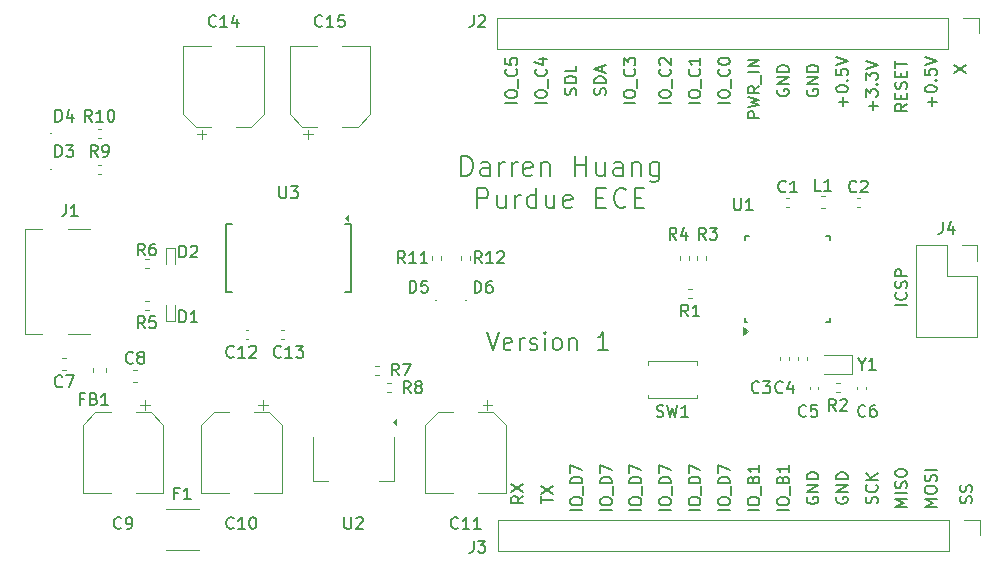
<source format=gto>
%TF.GenerationSoftware,KiCad,Pcbnew,8.0.6*%
%TF.CreationDate,2025-04-05T02:38:06-04:00*%
%TF.ProjectId,intro_to_pcb,696e7472-6f5f-4746-9f5f-7063622e6b69,rev?*%
%TF.SameCoordinates,Original*%
%TF.FileFunction,Legend,Top*%
%TF.FilePolarity,Positive*%
%FSLAX46Y46*%
G04 Gerber Fmt 4.6, Leading zero omitted, Abs format (unit mm)*
G04 Created by KiCad (PCBNEW 8.0.6) date 2025-04-05 02:38:06*
%MOMM*%
%LPD*%
G01*
G04 APERTURE LIST*
%ADD10C,0.175000*%
%ADD11C,0.190000*%
%ADD12C,0.150000*%
%ADD13C,0.120000*%
%ADD14C,0.100000*%
G04 APERTURE END LIST*
D10*
X140785715Y-127307328D02*
X141285715Y-128807328D01*
X141285715Y-128807328D02*
X141785715Y-127307328D01*
X142857143Y-128735900D02*
X142714286Y-128807328D01*
X142714286Y-128807328D02*
X142428572Y-128807328D01*
X142428572Y-128807328D02*
X142285714Y-128735900D01*
X142285714Y-128735900D02*
X142214286Y-128593042D01*
X142214286Y-128593042D02*
X142214286Y-128021614D01*
X142214286Y-128021614D02*
X142285714Y-127878757D01*
X142285714Y-127878757D02*
X142428572Y-127807328D01*
X142428572Y-127807328D02*
X142714286Y-127807328D01*
X142714286Y-127807328D02*
X142857143Y-127878757D01*
X142857143Y-127878757D02*
X142928572Y-128021614D01*
X142928572Y-128021614D02*
X142928572Y-128164471D01*
X142928572Y-128164471D02*
X142214286Y-128307328D01*
X143571428Y-128807328D02*
X143571428Y-127807328D01*
X143571428Y-128093042D02*
X143642857Y-127950185D01*
X143642857Y-127950185D02*
X143714286Y-127878757D01*
X143714286Y-127878757D02*
X143857143Y-127807328D01*
X143857143Y-127807328D02*
X144000000Y-127807328D01*
X144428571Y-128735900D02*
X144571428Y-128807328D01*
X144571428Y-128807328D02*
X144857142Y-128807328D01*
X144857142Y-128807328D02*
X144999999Y-128735900D01*
X144999999Y-128735900D02*
X145071428Y-128593042D01*
X145071428Y-128593042D02*
X145071428Y-128521614D01*
X145071428Y-128521614D02*
X144999999Y-128378757D01*
X144999999Y-128378757D02*
X144857142Y-128307328D01*
X144857142Y-128307328D02*
X144642857Y-128307328D01*
X144642857Y-128307328D02*
X144499999Y-128235900D01*
X144499999Y-128235900D02*
X144428571Y-128093042D01*
X144428571Y-128093042D02*
X144428571Y-128021614D01*
X144428571Y-128021614D02*
X144499999Y-127878757D01*
X144499999Y-127878757D02*
X144642857Y-127807328D01*
X144642857Y-127807328D02*
X144857142Y-127807328D01*
X144857142Y-127807328D02*
X144999999Y-127878757D01*
X145714285Y-128807328D02*
X145714285Y-127807328D01*
X145714285Y-127307328D02*
X145642857Y-127378757D01*
X145642857Y-127378757D02*
X145714285Y-127450185D01*
X145714285Y-127450185D02*
X145785714Y-127378757D01*
X145785714Y-127378757D02*
X145714285Y-127307328D01*
X145714285Y-127307328D02*
X145714285Y-127450185D01*
X146642857Y-128807328D02*
X146500000Y-128735900D01*
X146500000Y-128735900D02*
X146428571Y-128664471D01*
X146428571Y-128664471D02*
X146357143Y-128521614D01*
X146357143Y-128521614D02*
X146357143Y-128093042D01*
X146357143Y-128093042D02*
X146428571Y-127950185D01*
X146428571Y-127950185D02*
X146500000Y-127878757D01*
X146500000Y-127878757D02*
X146642857Y-127807328D01*
X146642857Y-127807328D02*
X146857143Y-127807328D01*
X146857143Y-127807328D02*
X147000000Y-127878757D01*
X147000000Y-127878757D02*
X147071429Y-127950185D01*
X147071429Y-127950185D02*
X147142857Y-128093042D01*
X147142857Y-128093042D02*
X147142857Y-128521614D01*
X147142857Y-128521614D02*
X147071429Y-128664471D01*
X147071429Y-128664471D02*
X147000000Y-128735900D01*
X147000000Y-128735900D02*
X146857143Y-128807328D01*
X146857143Y-128807328D02*
X146642857Y-128807328D01*
X147785714Y-127807328D02*
X147785714Y-128807328D01*
X147785714Y-127950185D02*
X147857143Y-127878757D01*
X147857143Y-127878757D02*
X148000000Y-127807328D01*
X148000000Y-127807328D02*
X148214286Y-127807328D01*
X148214286Y-127807328D02*
X148357143Y-127878757D01*
X148357143Y-127878757D02*
X148428572Y-128021614D01*
X148428572Y-128021614D02*
X148428572Y-128807328D01*
X151071429Y-128807328D02*
X150214286Y-128807328D01*
X150642857Y-128807328D02*
X150642857Y-127307328D01*
X150642857Y-127307328D02*
X150500000Y-127521614D01*
X150500000Y-127521614D02*
X150357143Y-127664471D01*
X150357143Y-127664471D02*
X150214286Y-127735900D01*
D11*
X138621429Y-114045168D02*
X138621429Y-112345168D01*
X138621429Y-112345168D02*
X139026191Y-112345168D01*
X139026191Y-112345168D02*
X139269048Y-112426120D01*
X139269048Y-112426120D02*
X139430953Y-112588025D01*
X139430953Y-112588025D02*
X139511906Y-112749930D01*
X139511906Y-112749930D02*
X139592858Y-113073739D01*
X139592858Y-113073739D02*
X139592858Y-113316596D01*
X139592858Y-113316596D02*
X139511906Y-113640406D01*
X139511906Y-113640406D02*
X139430953Y-113802311D01*
X139430953Y-113802311D02*
X139269048Y-113964216D01*
X139269048Y-113964216D02*
X139026191Y-114045168D01*
X139026191Y-114045168D02*
X138621429Y-114045168D01*
X141050001Y-114045168D02*
X141050001Y-113154692D01*
X141050001Y-113154692D02*
X140969048Y-112992787D01*
X140969048Y-112992787D02*
X140807144Y-112911835D01*
X140807144Y-112911835D02*
X140483334Y-112911835D01*
X140483334Y-112911835D02*
X140321429Y-112992787D01*
X141050001Y-113964216D02*
X140888096Y-114045168D01*
X140888096Y-114045168D02*
X140483334Y-114045168D01*
X140483334Y-114045168D02*
X140321429Y-113964216D01*
X140321429Y-113964216D02*
X140240477Y-113802311D01*
X140240477Y-113802311D02*
X140240477Y-113640406D01*
X140240477Y-113640406D02*
X140321429Y-113478501D01*
X140321429Y-113478501D02*
X140483334Y-113397549D01*
X140483334Y-113397549D02*
X140888096Y-113397549D01*
X140888096Y-113397549D02*
X141050001Y-113316596D01*
X141859524Y-114045168D02*
X141859524Y-112911835D01*
X141859524Y-113235644D02*
X141940477Y-113073739D01*
X141940477Y-113073739D02*
X142021429Y-112992787D01*
X142021429Y-112992787D02*
X142183334Y-112911835D01*
X142183334Y-112911835D02*
X142345239Y-112911835D01*
X142911905Y-114045168D02*
X142911905Y-112911835D01*
X142911905Y-113235644D02*
X142992858Y-113073739D01*
X142992858Y-113073739D02*
X143073810Y-112992787D01*
X143073810Y-112992787D02*
X143235715Y-112911835D01*
X143235715Y-112911835D02*
X143397620Y-112911835D01*
X144611905Y-113964216D02*
X144450001Y-114045168D01*
X144450001Y-114045168D02*
X144126191Y-114045168D01*
X144126191Y-114045168D02*
X143964286Y-113964216D01*
X143964286Y-113964216D02*
X143883334Y-113802311D01*
X143883334Y-113802311D02*
X143883334Y-113154692D01*
X143883334Y-113154692D02*
X143964286Y-112992787D01*
X143964286Y-112992787D02*
X144126191Y-112911835D01*
X144126191Y-112911835D02*
X144450001Y-112911835D01*
X144450001Y-112911835D02*
X144611905Y-112992787D01*
X144611905Y-112992787D02*
X144692858Y-113154692D01*
X144692858Y-113154692D02*
X144692858Y-113316596D01*
X144692858Y-113316596D02*
X143883334Y-113478501D01*
X145421429Y-112911835D02*
X145421429Y-114045168D01*
X145421429Y-113073739D02*
X145502382Y-112992787D01*
X145502382Y-112992787D02*
X145664287Y-112911835D01*
X145664287Y-112911835D02*
X145907144Y-112911835D01*
X145907144Y-112911835D02*
X146069048Y-112992787D01*
X146069048Y-112992787D02*
X146150001Y-113154692D01*
X146150001Y-113154692D02*
X146150001Y-114045168D01*
X148254762Y-114045168D02*
X148254762Y-112345168D01*
X148254762Y-113154692D02*
X149226191Y-113154692D01*
X149226191Y-114045168D02*
X149226191Y-112345168D01*
X150764286Y-112911835D02*
X150764286Y-114045168D01*
X150035714Y-112911835D02*
X150035714Y-113802311D01*
X150035714Y-113802311D02*
X150116667Y-113964216D01*
X150116667Y-113964216D02*
X150278572Y-114045168D01*
X150278572Y-114045168D02*
X150521429Y-114045168D01*
X150521429Y-114045168D02*
X150683333Y-113964216D01*
X150683333Y-113964216D02*
X150764286Y-113883263D01*
X152302381Y-114045168D02*
X152302381Y-113154692D01*
X152302381Y-113154692D02*
X152221428Y-112992787D01*
X152221428Y-112992787D02*
X152059524Y-112911835D01*
X152059524Y-112911835D02*
X151735714Y-112911835D01*
X151735714Y-112911835D02*
X151573809Y-112992787D01*
X152302381Y-113964216D02*
X152140476Y-114045168D01*
X152140476Y-114045168D02*
X151735714Y-114045168D01*
X151735714Y-114045168D02*
X151573809Y-113964216D01*
X151573809Y-113964216D02*
X151492857Y-113802311D01*
X151492857Y-113802311D02*
X151492857Y-113640406D01*
X151492857Y-113640406D02*
X151573809Y-113478501D01*
X151573809Y-113478501D02*
X151735714Y-113397549D01*
X151735714Y-113397549D02*
X152140476Y-113397549D01*
X152140476Y-113397549D02*
X152302381Y-113316596D01*
X153111904Y-112911835D02*
X153111904Y-114045168D01*
X153111904Y-113073739D02*
X153192857Y-112992787D01*
X153192857Y-112992787D02*
X153354762Y-112911835D01*
X153354762Y-112911835D02*
X153597619Y-112911835D01*
X153597619Y-112911835D02*
X153759523Y-112992787D01*
X153759523Y-112992787D02*
X153840476Y-113154692D01*
X153840476Y-113154692D02*
X153840476Y-114045168D01*
X155378571Y-112911835D02*
X155378571Y-114288025D01*
X155378571Y-114288025D02*
X155297618Y-114449930D01*
X155297618Y-114449930D02*
X155216666Y-114530882D01*
X155216666Y-114530882D02*
X155054761Y-114611835D01*
X155054761Y-114611835D02*
X154811904Y-114611835D01*
X154811904Y-114611835D02*
X154649999Y-114530882D01*
X155378571Y-113964216D02*
X155216666Y-114045168D01*
X155216666Y-114045168D02*
X154892857Y-114045168D01*
X154892857Y-114045168D02*
X154730952Y-113964216D01*
X154730952Y-113964216D02*
X154649999Y-113883263D01*
X154649999Y-113883263D02*
X154569047Y-113721358D01*
X154569047Y-113721358D02*
X154569047Y-113235644D01*
X154569047Y-113235644D02*
X154649999Y-113073739D01*
X154649999Y-113073739D02*
X154730952Y-112992787D01*
X154730952Y-112992787D02*
X154892857Y-112911835D01*
X154892857Y-112911835D02*
X155216666Y-112911835D01*
X155216666Y-112911835D02*
X155378571Y-112992787D01*
X139957143Y-116782073D02*
X139957143Y-115082073D01*
X139957143Y-115082073D02*
X140604762Y-115082073D01*
X140604762Y-115082073D02*
X140766667Y-115163025D01*
X140766667Y-115163025D02*
X140847620Y-115243978D01*
X140847620Y-115243978D02*
X140928572Y-115405882D01*
X140928572Y-115405882D02*
X140928572Y-115648740D01*
X140928572Y-115648740D02*
X140847620Y-115810644D01*
X140847620Y-115810644D02*
X140766667Y-115891597D01*
X140766667Y-115891597D02*
X140604762Y-115972549D01*
X140604762Y-115972549D02*
X139957143Y-115972549D01*
X142385715Y-115648740D02*
X142385715Y-116782073D01*
X141657143Y-115648740D02*
X141657143Y-116539216D01*
X141657143Y-116539216D02*
X141738096Y-116701121D01*
X141738096Y-116701121D02*
X141900001Y-116782073D01*
X141900001Y-116782073D02*
X142142858Y-116782073D01*
X142142858Y-116782073D02*
X142304762Y-116701121D01*
X142304762Y-116701121D02*
X142385715Y-116620168D01*
X143195238Y-116782073D02*
X143195238Y-115648740D01*
X143195238Y-115972549D02*
X143276191Y-115810644D01*
X143276191Y-115810644D02*
X143357143Y-115729692D01*
X143357143Y-115729692D02*
X143519048Y-115648740D01*
X143519048Y-115648740D02*
X143680953Y-115648740D01*
X144976191Y-116782073D02*
X144976191Y-115082073D01*
X144976191Y-116701121D02*
X144814286Y-116782073D01*
X144814286Y-116782073D02*
X144490477Y-116782073D01*
X144490477Y-116782073D02*
X144328572Y-116701121D01*
X144328572Y-116701121D02*
X144247619Y-116620168D01*
X144247619Y-116620168D02*
X144166667Y-116458263D01*
X144166667Y-116458263D02*
X144166667Y-115972549D01*
X144166667Y-115972549D02*
X144247619Y-115810644D01*
X144247619Y-115810644D02*
X144328572Y-115729692D01*
X144328572Y-115729692D02*
X144490477Y-115648740D01*
X144490477Y-115648740D02*
X144814286Y-115648740D01*
X144814286Y-115648740D02*
X144976191Y-115729692D01*
X146514286Y-115648740D02*
X146514286Y-116782073D01*
X145785714Y-115648740D02*
X145785714Y-116539216D01*
X145785714Y-116539216D02*
X145866667Y-116701121D01*
X145866667Y-116701121D02*
X146028572Y-116782073D01*
X146028572Y-116782073D02*
X146271429Y-116782073D01*
X146271429Y-116782073D02*
X146433333Y-116701121D01*
X146433333Y-116701121D02*
X146514286Y-116620168D01*
X147971428Y-116701121D02*
X147809524Y-116782073D01*
X147809524Y-116782073D02*
X147485714Y-116782073D01*
X147485714Y-116782073D02*
X147323809Y-116701121D01*
X147323809Y-116701121D02*
X147242857Y-116539216D01*
X147242857Y-116539216D02*
X147242857Y-115891597D01*
X147242857Y-115891597D02*
X147323809Y-115729692D01*
X147323809Y-115729692D02*
X147485714Y-115648740D01*
X147485714Y-115648740D02*
X147809524Y-115648740D01*
X147809524Y-115648740D02*
X147971428Y-115729692D01*
X147971428Y-115729692D02*
X148052381Y-115891597D01*
X148052381Y-115891597D02*
X148052381Y-116053501D01*
X148052381Y-116053501D02*
X147242857Y-116215406D01*
X150076190Y-115891597D02*
X150642857Y-115891597D01*
X150885714Y-116782073D02*
X150076190Y-116782073D01*
X150076190Y-116782073D02*
X150076190Y-115082073D01*
X150076190Y-115082073D02*
X150885714Y-115082073D01*
X152585714Y-116620168D02*
X152504762Y-116701121D01*
X152504762Y-116701121D02*
X152261904Y-116782073D01*
X152261904Y-116782073D02*
X152100000Y-116782073D01*
X152100000Y-116782073D02*
X151857143Y-116701121D01*
X151857143Y-116701121D02*
X151695238Y-116539216D01*
X151695238Y-116539216D02*
X151614285Y-116377311D01*
X151614285Y-116377311D02*
X151533333Y-116053501D01*
X151533333Y-116053501D02*
X151533333Y-115810644D01*
X151533333Y-115810644D02*
X151614285Y-115486835D01*
X151614285Y-115486835D02*
X151695238Y-115324930D01*
X151695238Y-115324930D02*
X151857143Y-115163025D01*
X151857143Y-115163025D02*
X152100000Y-115082073D01*
X152100000Y-115082073D02*
X152261904Y-115082073D01*
X152261904Y-115082073D02*
X152504762Y-115163025D01*
X152504762Y-115163025D02*
X152585714Y-115243978D01*
X153314285Y-115891597D02*
X153880952Y-115891597D01*
X154123809Y-116782073D02*
X153314285Y-116782073D01*
X153314285Y-116782073D02*
X153314285Y-115082073D01*
X153314285Y-115082073D02*
X154123809Y-115082073D01*
D12*
X176369819Y-124976189D02*
X175369819Y-124976189D01*
X176274580Y-123928571D02*
X176322200Y-123976190D01*
X176322200Y-123976190D02*
X176369819Y-124119047D01*
X176369819Y-124119047D02*
X176369819Y-124214285D01*
X176369819Y-124214285D02*
X176322200Y-124357142D01*
X176322200Y-124357142D02*
X176226961Y-124452380D01*
X176226961Y-124452380D02*
X176131723Y-124499999D01*
X176131723Y-124499999D02*
X175941247Y-124547618D01*
X175941247Y-124547618D02*
X175798390Y-124547618D01*
X175798390Y-124547618D02*
X175607914Y-124499999D01*
X175607914Y-124499999D02*
X175512676Y-124452380D01*
X175512676Y-124452380D02*
X175417438Y-124357142D01*
X175417438Y-124357142D02*
X175369819Y-124214285D01*
X175369819Y-124214285D02*
X175369819Y-124119047D01*
X175369819Y-124119047D02*
X175417438Y-123976190D01*
X175417438Y-123976190D02*
X175465057Y-123928571D01*
X176322200Y-123547618D02*
X176369819Y-123404761D01*
X176369819Y-123404761D02*
X176369819Y-123166666D01*
X176369819Y-123166666D02*
X176322200Y-123071428D01*
X176322200Y-123071428D02*
X176274580Y-123023809D01*
X176274580Y-123023809D02*
X176179342Y-122976190D01*
X176179342Y-122976190D02*
X176084104Y-122976190D01*
X176084104Y-122976190D02*
X175988866Y-123023809D01*
X175988866Y-123023809D02*
X175941247Y-123071428D01*
X175941247Y-123071428D02*
X175893628Y-123166666D01*
X175893628Y-123166666D02*
X175846009Y-123357142D01*
X175846009Y-123357142D02*
X175798390Y-123452380D01*
X175798390Y-123452380D02*
X175750771Y-123499999D01*
X175750771Y-123499999D02*
X175655533Y-123547618D01*
X175655533Y-123547618D02*
X175560295Y-123547618D01*
X175560295Y-123547618D02*
X175465057Y-123499999D01*
X175465057Y-123499999D02*
X175417438Y-123452380D01*
X175417438Y-123452380D02*
X175369819Y-123357142D01*
X175369819Y-123357142D02*
X175369819Y-123119047D01*
X175369819Y-123119047D02*
X175417438Y-122976190D01*
X176369819Y-122547618D02*
X175369819Y-122547618D01*
X175369819Y-122547618D02*
X175369819Y-122166666D01*
X175369819Y-122166666D02*
X175417438Y-122071428D01*
X175417438Y-122071428D02*
X175465057Y-122023809D01*
X175465057Y-122023809D02*
X175560295Y-121976190D01*
X175560295Y-121976190D02*
X175703152Y-121976190D01*
X175703152Y-121976190D02*
X175798390Y-122023809D01*
X175798390Y-122023809D02*
X175846009Y-122071428D01*
X175846009Y-122071428D02*
X175893628Y-122166666D01*
X175893628Y-122166666D02*
X175893628Y-122547618D01*
X143869819Y-141166666D02*
X143393628Y-141499999D01*
X143869819Y-141738094D02*
X142869819Y-141738094D01*
X142869819Y-141738094D02*
X142869819Y-141357142D01*
X142869819Y-141357142D02*
X142917438Y-141261904D01*
X142917438Y-141261904D02*
X142965057Y-141214285D01*
X142965057Y-141214285D02*
X143060295Y-141166666D01*
X143060295Y-141166666D02*
X143203152Y-141166666D01*
X143203152Y-141166666D02*
X143298390Y-141214285D01*
X143298390Y-141214285D02*
X143346009Y-141261904D01*
X143346009Y-141261904D02*
X143393628Y-141357142D01*
X143393628Y-141357142D02*
X143393628Y-141738094D01*
X142869819Y-140833332D02*
X143869819Y-140166666D01*
X142869819Y-140166666D02*
X143869819Y-140833332D01*
X145369819Y-141761904D02*
X145369819Y-141190476D01*
X146369819Y-141476190D02*
X145369819Y-141476190D01*
X145369819Y-140952380D02*
X146369819Y-140285714D01*
X145369819Y-140285714D02*
X146369819Y-140952380D01*
X148869819Y-142380951D02*
X147869819Y-142380951D01*
X147869819Y-141714285D02*
X147869819Y-141523809D01*
X147869819Y-141523809D02*
X147917438Y-141428571D01*
X147917438Y-141428571D02*
X148012676Y-141333333D01*
X148012676Y-141333333D02*
X148203152Y-141285714D01*
X148203152Y-141285714D02*
X148536485Y-141285714D01*
X148536485Y-141285714D02*
X148726961Y-141333333D01*
X148726961Y-141333333D02*
X148822200Y-141428571D01*
X148822200Y-141428571D02*
X148869819Y-141523809D01*
X148869819Y-141523809D02*
X148869819Y-141714285D01*
X148869819Y-141714285D02*
X148822200Y-141809523D01*
X148822200Y-141809523D02*
X148726961Y-141904761D01*
X148726961Y-141904761D02*
X148536485Y-141952380D01*
X148536485Y-141952380D02*
X148203152Y-141952380D01*
X148203152Y-141952380D02*
X148012676Y-141904761D01*
X148012676Y-141904761D02*
X147917438Y-141809523D01*
X147917438Y-141809523D02*
X147869819Y-141714285D01*
X148965057Y-141095238D02*
X148965057Y-140333333D01*
X148869819Y-140095237D02*
X147869819Y-140095237D01*
X147869819Y-140095237D02*
X147869819Y-139857142D01*
X147869819Y-139857142D02*
X147917438Y-139714285D01*
X147917438Y-139714285D02*
X148012676Y-139619047D01*
X148012676Y-139619047D02*
X148107914Y-139571428D01*
X148107914Y-139571428D02*
X148298390Y-139523809D01*
X148298390Y-139523809D02*
X148441247Y-139523809D01*
X148441247Y-139523809D02*
X148631723Y-139571428D01*
X148631723Y-139571428D02*
X148726961Y-139619047D01*
X148726961Y-139619047D02*
X148822200Y-139714285D01*
X148822200Y-139714285D02*
X148869819Y-139857142D01*
X148869819Y-139857142D02*
X148869819Y-140095237D01*
X147869819Y-139190475D02*
X147869819Y-138523809D01*
X147869819Y-138523809D02*
X148869819Y-138952380D01*
X151369819Y-142380951D02*
X150369819Y-142380951D01*
X150369819Y-141714285D02*
X150369819Y-141523809D01*
X150369819Y-141523809D02*
X150417438Y-141428571D01*
X150417438Y-141428571D02*
X150512676Y-141333333D01*
X150512676Y-141333333D02*
X150703152Y-141285714D01*
X150703152Y-141285714D02*
X151036485Y-141285714D01*
X151036485Y-141285714D02*
X151226961Y-141333333D01*
X151226961Y-141333333D02*
X151322200Y-141428571D01*
X151322200Y-141428571D02*
X151369819Y-141523809D01*
X151369819Y-141523809D02*
X151369819Y-141714285D01*
X151369819Y-141714285D02*
X151322200Y-141809523D01*
X151322200Y-141809523D02*
X151226961Y-141904761D01*
X151226961Y-141904761D02*
X151036485Y-141952380D01*
X151036485Y-141952380D02*
X150703152Y-141952380D01*
X150703152Y-141952380D02*
X150512676Y-141904761D01*
X150512676Y-141904761D02*
X150417438Y-141809523D01*
X150417438Y-141809523D02*
X150369819Y-141714285D01*
X151465057Y-141095238D02*
X151465057Y-140333333D01*
X151369819Y-140095237D02*
X150369819Y-140095237D01*
X150369819Y-140095237D02*
X150369819Y-139857142D01*
X150369819Y-139857142D02*
X150417438Y-139714285D01*
X150417438Y-139714285D02*
X150512676Y-139619047D01*
X150512676Y-139619047D02*
X150607914Y-139571428D01*
X150607914Y-139571428D02*
X150798390Y-139523809D01*
X150798390Y-139523809D02*
X150941247Y-139523809D01*
X150941247Y-139523809D02*
X151131723Y-139571428D01*
X151131723Y-139571428D02*
X151226961Y-139619047D01*
X151226961Y-139619047D02*
X151322200Y-139714285D01*
X151322200Y-139714285D02*
X151369819Y-139857142D01*
X151369819Y-139857142D02*
X151369819Y-140095237D01*
X150369819Y-139190475D02*
X150369819Y-138523809D01*
X150369819Y-138523809D02*
X151369819Y-138952380D01*
X153869819Y-142380951D02*
X152869819Y-142380951D01*
X152869819Y-141714285D02*
X152869819Y-141523809D01*
X152869819Y-141523809D02*
X152917438Y-141428571D01*
X152917438Y-141428571D02*
X153012676Y-141333333D01*
X153012676Y-141333333D02*
X153203152Y-141285714D01*
X153203152Y-141285714D02*
X153536485Y-141285714D01*
X153536485Y-141285714D02*
X153726961Y-141333333D01*
X153726961Y-141333333D02*
X153822200Y-141428571D01*
X153822200Y-141428571D02*
X153869819Y-141523809D01*
X153869819Y-141523809D02*
X153869819Y-141714285D01*
X153869819Y-141714285D02*
X153822200Y-141809523D01*
X153822200Y-141809523D02*
X153726961Y-141904761D01*
X153726961Y-141904761D02*
X153536485Y-141952380D01*
X153536485Y-141952380D02*
X153203152Y-141952380D01*
X153203152Y-141952380D02*
X153012676Y-141904761D01*
X153012676Y-141904761D02*
X152917438Y-141809523D01*
X152917438Y-141809523D02*
X152869819Y-141714285D01*
X153965057Y-141095238D02*
X153965057Y-140333333D01*
X153869819Y-140095237D02*
X152869819Y-140095237D01*
X152869819Y-140095237D02*
X152869819Y-139857142D01*
X152869819Y-139857142D02*
X152917438Y-139714285D01*
X152917438Y-139714285D02*
X153012676Y-139619047D01*
X153012676Y-139619047D02*
X153107914Y-139571428D01*
X153107914Y-139571428D02*
X153298390Y-139523809D01*
X153298390Y-139523809D02*
X153441247Y-139523809D01*
X153441247Y-139523809D02*
X153631723Y-139571428D01*
X153631723Y-139571428D02*
X153726961Y-139619047D01*
X153726961Y-139619047D02*
X153822200Y-139714285D01*
X153822200Y-139714285D02*
X153869819Y-139857142D01*
X153869819Y-139857142D02*
X153869819Y-140095237D01*
X152869819Y-139190475D02*
X152869819Y-138523809D01*
X152869819Y-138523809D02*
X153869819Y-138952380D01*
X156369819Y-142380951D02*
X155369819Y-142380951D01*
X155369819Y-141714285D02*
X155369819Y-141523809D01*
X155369819Y-141523809D02*
X155417438Y-141428571D01*
X155417438Y-141428571D02*
X155512676Y-141333333D01*
X155512676Y-141333333D02*
X155703152Y-141285714D01*
X155703152Y-141285714D02*
X156036485Y-141285714D01*
X156036485Y-141285714D02*
X156226961Y-141333333D01*
X156226961Y-141333333D02*
X156322200Y-141428571D01*
X156322200Y-141428571D02*
X156369819Y-141523809D01*
X156369819Y-141523809D02*
X156369819Y-141714285D01*
X156369819Y-141714285D02*
X156322200Y-141809523D01*
X156322200Y-141809523D02*
X156226961Y-141904761D01*
X156226961Y-141904761D02*
X156036485Y-141952380D01*
X156036485Y-141952380D02*
X155703152Y-141952380D01*
X155703152Y-141952380D02*
X155512676Y-141904761D01*
X155512676Y-141904761D02*
X155417438Y-141809523D01*
X155417438Y-141809523D02*
X155369819Y-141714285D01*
X156465057Y-141095238D02*
X156465057Y-140333333D01*
X156369819Y-140095237D02*
X155369819Y-140095237D01*
X155369819Y-140095237D02*
X155369819Y-139857142D01*
X155369819Y-139857142D02*
X155417438Y-139714285D01*
X155417438Y-139714285D02*
X155512676Y-139619047D01*
X155512676Y-139619047D02*
X155607914Y-139571428D01*
X155607914Y-139571428D02*
X155798390Y-139523809D01*
X155798390Y-139523809D02*
X155941247Y-139523809D01*
X155941247Y-139523809D02*
X156131723Y-139571428D01*
X156131723Y-139571428D02*
X156226961Y-139619047D01*
X156226961Y-139619047D02*
X156322200Y-139714285D01*
X156322200Y-139714285D02*
X156369819Y-139857142D01*
X156369819Y-139857142D02*
X156369819Y-140095237D01*
X155369819Y-139190475D02*
X155369819Y-138523809D01*
X155369819Y-138523809D02*
X156369819Y-138952380D01*
X158869819Y-142380951D02*
X157869819Y-142380951D01*
X157869819Y-141714285D02*
X157869819Y-141523809D01*
X157869819Y-141523809D02*
X157917438Y-141428571D01*
X157917438Y-141428571D02*
X158012676Y-141333333D01*
X158012676Y-141333333D02*
X158203152Y-141285714D01*
X158203152Y-141285714D02*
X158536485Y-141285714D01*
X158536485Y-141285714D02*
X158726961Y-141333333D01*
X158726961Y-141333333D02*
X158822200Y-141428571D01*
X158822200Y-141428571D02*
X158869819Y-141523809D01*
X158869819Y-141523809D02*
X158869819Y-141714285D01*
X158869819Y-141714285D02*
X158822200Y-141809523D01*
X158822200Y-141809523D02*
X158726961Y-141904761D01*
X158726961Y-141904761D02*
X158536485Y-141952380D01*
X158536485Y-141952380D02*
X158203152Y-141952380D01*
X158203152Y-141952380D02*
X158012676Y-141904761D01*
X158012676Y-141904761D02*
X157917438Y-141809523D01*
X157917438Y-141809523D02*
X157869819Y-141714285D01*
X158965057Y-141095238D02*
X158965057Y-140333333D01*
X158869819Y-140095237D02*
X157869819Y-140095237D01*
X157869819Y-140095237D02*
X157869819Y-139857142D01*
X157869819Y-139857142D02*
X157917438Y-139714285D01*
X157917438Y-139714285D02*
X158012676Y-139619047D01*
X158012676Y-139619047D02*
X158107914Y-139571428D01*
X158107914Y-139571428D02*
X158298390Y-139523809D01*
X158298390Y-139523809D02*
X158441247Y-139523809D01*
X158441247Y-139523809D02*
X158631723Y-139571428D01*
X158631723Y-139571428D02*
X158726961Y-139619047D01*
X158726961Y-139619047D02*
X158822200Y-139714285D01*
X158822200Y-139714285D02*
X158869819Y-139857142D01*
X158869819Y-139857142D02*
X158869819Y-140095237D01*
X157869819Y-139190475D02*
X157869819Y-138523809D01*
X157869819Y-138523809D02*
X158869819Y-138952380D01*
X161369819Y-142380951D02*
X160369819Y-142380951D01*
X160369819Y-141714285D02*
X160369819Y-141523809D01*
X160369819Y-141523809D02*
X160417438Y-141428571D01*
X160417438Y-141428571D02*
X160512676Y-141333333D01*
X160512676Y-141333333D02*
X160703152Y-141285714D01*
X160703152Y-141285714D02*
X161036485Y-141285714D01*
X161036485Y-141285714D02*
X161226961Y-141333333D01*
X161226961Y-141333333D02*
X161322200Y-141428571D01*
X161322200Y-141428571D02*
X161369819Y-141523809D01*
X161369819Y-141523809D02*
X161369819Y-141714285D01*
X161369819Y-141714285D02*
X161322200Y-141809523D01*
X161322200Y-141809523D02*
X161226961Y-141904761D01*
X161226961Y-141904761D02*
X161036485Y-141952380D01*
X161036485Y-141952380D02*
X160703152Y-141952380D01*
X160703152Y-141952380D02*
X160512676Y-141904761D01*
X160512676Y-141904761D02*
X160417438Y-141809523D01*
X160417438Y-141809523D02*
X160369819Y-141714285D01*
X161465057Y-141095238D02*
X161465057Y-140333333D01*
X161369819Y-140095237D02*
X160369819Y-140095237D01*
X160369819Y-140095237D02*
X160369819Y-139857142D01*
X160369819Y-139857142D02*
X160417438Y-139714285D01*
X160417438Y-139714285D02*
X160512676Y-139619047D01*
X160512676Y-139619047D02*
X160607914Y-139571428D01*
X160607914Y-139571428D02*
X160798390Y-139523809D01*
X160798390Y-139523809D02*
X160941247Y-139523809D01*
X160941247Y-139523809D02*
X161131723Y-139571428D01*
X161131723Y-139571428D02*
X161226961Y-139619047D01*
X161226961Y-139619047D02*
X161322200Y-139714285D01*
X161322200Y-139714285D02*
X161369819Y-139857142D01*
X161369819Y-139857142D02*
X161369819Y-140095237D01*
X160369819Y-139190475D02*
X160369819Y-138523809D01*
X160369819Y-138523809D02*
X161369819Y-138952380D01*
X163869819Y-142380951D02*
X162869819Y-142380951D01*
X162869819Y-141714285D02*
X162869819Y-141523809D01*
X162869819Y-141523809D02*
X162917438Y-141428571D01*
X162917438Y-141428571D02*
X163012676Y-141333333D01*
X163012676Y-141333333D02*
X163203152Y-141285714D01*
X163203152Y-141285714D02*
X163536485Y-141285714D01*
X163536485Y-141285714D02*
X163726961Y-141333333D01*
X163726961Y-141333333D02*
X163822200Y-141428571D01*
X163822200Y-141428571D02*
X163869819Y-141523809D01*
X163869819Y-141523809D02*
X163869819Y-141714285D01*
X163869819Y-141714285D02*
X163822200Y-141809523D01*
X163822200Y-141809523D02*
X163726961Y-141904761D01*
X163726961Y-141904761D02*
X163536485Y-141952380D01*
X163536485Y-141952380D02*
X163203152Y-141952380D01*
X163203152Y-141952380D02*
X163012676Y-141904761D01*
X163012676Y-141904761D02*
X162917438Y-141809523D01*
X162917438Y-141809523D02*
X162869819Y-141714285D01*
X163965057Y-141095238D02*
X163965057Y-140333333D01*
X163346009Y-139761904D02*
X163393628Y-139619047D01*
X163393628Y-139619047D02*
X163441247Y-139571428D01*
X163441247Y-139571428D02*
X163536485Y-139523809D01*
X163536485Y-139523809D02*
X163679342Y-139523809D01*
X163679342Y-139523809D02*
X163774580Y-139571428D01*
X163774580Y-139571428D02*
X163822200Y-139619047D01*
X163822200Y-139619047D02*
X163869819Y-139714285D01*
X163869819Y-139714285D02*
X163869819Y-140095237D01*
X163869819Y-140095237D02*
X162869819Y-140095237D01*
X162869819Y-140095237D02*
X162869819Y-139761904D01*
X162869819Y-139761904D02*
X162917438Y-139666666D01*
X162917438Y-139666666D02*
X162965057Y-139619047D01*
X162965057Y-139619047D02*
X163060295Y-139571428D01*
X163060295Y-139571428D02*
X163155533Y-139571428D01*
X163155533Y-139571428D02*
X163250771Y-139619047D01*
X163250771Y-139619047D02*
X163298390Y-139666666D01*
X163298390Y-139666666D02*
X163346009Y-139761904D01*
X163346009Y-139761904D02*
X163346009Y-140095237D01*
X163869819Y-138571428D02*
X163869819Y-139142856D01*
X163869819Y-138857142D02*
X162869819Y-138857142D01*
X162869819Y-138857142D02*
X163012676Y-138952380D01*
X163012676Y-138952380D02*
X163107914Y-139047618D01*
X163107914Y-139047618D02*
X163155533Y-139142856D01*
X166369819Y-142380951D02*
X165369819Y-142380951D01*
X165369819Y-141714285D02*
X165369819Y-141523809D01*
X165369819Y-141523809D02*
X165417438Y-141428571D01*
X165417438Y-141428571D02*
X165512676Y-141333333D01*
X165512676Y-141333333D02*
X165703152Y-141285714D01*
X165703152Y-141285714D02*
X166036485Y-141285714D01*
X166036485Y-141285714D02*
X166226961Y-141333333D01*
X166226961Y-141333333D02*
X166322200Y-141428571D01*
X166322200Y-141428571D02*
X166369819Y-141523809D01*
X166369819Y-141523809D02*
X166369819Y-141714285D01*
X166369819Y-141714285D02*
X166322200Y-141809523D01*
X166322200Y-141809523D02*
X166226961Y-141904761D01*
X166226961Y-141904761D02*
X166036485Y-141952380D01*
X166036485Y-141952380D02*
X165703152Y-141952380D01*
X165703152Y-141952380D02*
X165512676Y-141904761D01*
X165512676Y-141904761D02*
X165417438Y-141809523D01*
X165417438Y-141809523D02*
X165369819Y-141714285D01*
X166465057Y-141095238D02*
X166465057Y-140333333D01*
X165846009Y-139761904D02*
X165893628Y-139619047D01*
X165893628Y-139619047D02*
X165941247Y-139571428D01*
X165941247Y-139571428D02*
X166036485Y-139523809D01*
X166036485Y-139523809D02*
X166179342Y-139523809D01*
X166179342Y-139523809D02*
X166274580Y-139571428D01*
X166274580Y-139571428D02*
X166322200Y-139619047D01*
X166322200Y-139619047D02*
X166369819Y-139714285D01*
X166369819Y-139714285D02*
X166369819Y-140095237D01*
X166369819Y-140095237D02*
X165369819Y-140095237D01*
X165369819Y-140095237D02*
X165369819Y-139761904D01*
X165369819Y-139761904D02*
X165417438Y-139666666D01*
X165417438Y-139666666D02*
X165465057Y-139619047D01*
X165465057Y-139619047D02*
X165560295Y-139571428D01*
X165560295Y-139571428D02*
X165655533Y-139571428D01*
X165655533Y-139571428D02*
X165750771Y-139619047D01*
X165750771Y-139619047D02*
X165798390Y-139666666D01*
X165798390Y-139666666D02*
X165846009Y-139761904D01*
X165846009Y-139761904D02*
X165846009Y-140095237D01*
X166369819Y-138571428D02*
X166369819Y-139142856D01*
X166369819Y-138857142D02*
X165369819Y-138857142D01*
X165369819Y-138857142D02*
X165512676Y-138952380D01*
X165512676Y-138952380D02*
X165607914Y-139047618D01*
X165607914Y-139047618D02*
X165655533Y-139142856D01*
X167917438Y-141261904D02*
X167869819Y-141357142D01*
X167869819Y-141357142D02*
X167869819Y-141499999D01*
X167869819Y-141499999D02*
X167917438Y-141642856D01*
X167917438Y-141642856D02*
X168012676Y-141738094D01*
X168012676Y-141738094D02*
X168107914Y-141785713D01*
X168107914Y-141785713D02*
X168298390Y-141833332D01*
X168298390Y-141833332D02*
X168441247Y-141833332D01*
X168441247Y-141833332D02*
X168631723Y-141785713D01*
X168631723Y-141785713D02*
X168726961Y-141738094D01*
X168726961Y-141738094D02*
X168822200Y-141642856D01*
X168822200Y-141642856D02*
X168869819Y-141499999D01*
X168869819Y-141499999D02*
X168869819Y-141404761D01*
X168869819Y-141404761D02*
X168822200Y-141261904D01*
X168822200Y-141261904D02*
X168774580Y-141214285D01*
X168774580Y-141214285D02*
X168441247Y-141214285D01*
X168441247Y-141214285D02*
X168441247Y-141404761D01*
X168869819Y-140785713D02*
X167869819Y-140785713D01*
X167869819Y-140785713D02*
X168869819Y-140214285D01*
X168869819Y-140214285D02*
X167869819Y-140214285D01*
X168869819Y-139738094D02*
X167869819Y-139738094D01*
X167869819Y-139738094D02*
X167869819Y-139499999D01*
X167869819Y-139499999D02*
X167917438Y-139357142D01*
X167917438Y-139357142D02*
X168012676Y-139261904D01*
X168012676Y-139261904D02*
X168107914Y-139214285D01*
X168107914Y-139214285D02*
X168298390Y-139166666D01*
X168298390Y-139166666D02*
X168441247Y-139166666D01*
X168441247Y-139166666D02*
X168631723Y-139214285D01*
X168631723Y-139214285D02*
X168726961Y-139261904D01*
X168726961Y-139261904D02*
X168822200Y-139357142D01*
X168822200Y-139357142D02*
X168869819Y-139499999D01*
X168869819Y-139499999D02*
X168869819Y-139738094D01*
X170417438Y-141261904D02*
X170369819Y-141357142D01*
X170369819Y-141357142D02*
X170369819Y-141499999D01*
X170369819Y-141499999D02*
X170417438Y-141642856D01*
X170417438Y-141642856D02*
X170512676Y-141738094D01*
X170512676Y-141738094D02*
X170607914Y-141785713D01*
X170607914Y-141785713D02*
X170798390Y-141833332D01*
X170798390Y-141833332D02*
X170941247Y-141833332D01*
X170941247Y-141833332D02*
X171131723Y-141785713D01*
X171131723Y-141785713D02*
X171226961Y-141738094D01*
X171226961Y-141738094D02*
X171322200Y-141642856D01*
X171322200Y-141642856D02*
X171369819Y-141499999D01*
X171369819Y-141499999D02*
X171369819Y-141404761D01*
X171369819Y-141404761D02*
X171322200Y-141261904D01*
X171322200Y-141261904D02*
X171274580Y-141214285D01*
X171274580Y-141214285D02*
X170941247Y-141214285D01*
X170941247Y-141214285D02*
X170941247Y-141404761D01*
X171369819Y-140785713D02*
X170369819Y-140785713D01*
X170369819Y-140785713D02*
X171369819Y-140214285D01*
X171369819Y-140214285D02*
X170369819Y-140214285D01*
X171369819Y-139738094D02*
X170369819Y-139738094D01*
X170369819Y-139738094D02*
X170369819Y-139499999D01*
X170369819Y-139499999D02*
X170417438Y-139357142D01*
X170417438Y-139357142D02*
X170512676Y-139261904D01*
X170512676Y-139261904D02*
X170607914Y-139214285D01*
X170607914Y-139214285D02*
X170798390Y-139166666D01*
X170798390Y-139166666D02*
X170941247Y-139166666D01*
X170941247Y-139166666D02*
X171131723Y-139214285D01*
X171131723Y-139214285D02*
X171226961Y-139261904D01*
X171226961Y-139261904D02*
X171322200Y-139357142D01*
X171322200Y-139357142D02*
X171369819Y-139499999D01*
X171369819Y-139499999D02*
X171369819Y-139738094D01*
X173822200Y-141785713D02*
X173869819Y-141642856D01*
X173869819Y-141642856D02*
X173869819Y-141404761D01*
X173869819Y-141404761D02*
X173822200Y-141309523D01*
X173822200Y-141309523D02*
X173774580Y-141261904D01*
X173774580Y-141261904D02*
X173679342Y-141214285D01*
X173679342Y-141214285D02*
X173584104Y-141214285D01*
X173584104Y-141214285D02*
X173488866Y-141261904D01*
X173488866Y-141261904D02*
X173441247Y-141309523D01*
X173441247Y-141309523D02*
X173393628Y-141404761D01*
X173393628Y-141404761D02*
X173346009Y-141595237D01*
X173346009Y-141595237D02*
X173298390Y-141690475D01*
X173298390Y-141690475D02*
X173250771Y-141738094D01*
X173250771Y-141738094D02*
X173155533Y-141785713D01*
X173155533Y-141785713D02*
X173060295Y-141785713D01*
X173060295Y-141785713D02*
X172965057Y-141738094D01*
X172965057Y-141738094D02*
X172917438Y-141690475D01*
X172917438Y-141690475D02*
X172869819Y-141595237D01*
X172869819Y-141595237D02*
X172869819Y-141357142D01*
X172869819Y-141357142D02*
X172917438Y-141214285D01*
X173774580Y-140214285D02*
X173822200Y-140261904D01*
X173822200Y-140261904D02*
X173869819Y-140404761D01*
X173869819Y-140404761D02*
X173869819Y-140499999D01*
X173869819Y-140499999D02*
X173822200Y-140642856D01*
X173822200Y-140642856D02*
X173726961Y-140738094D01*
X173726961Y-140738094D02*
X173631723Y-140785713D01*
X173631723Y-140785713D02*
X173441247Y-140833332D01*
X173441247Y-140833332D02*
X173298390Y-140833332D01*
X173298390Y-140833332D02*
X173107914Y-140785713D01*
X173107914Y-140785713D02*
X173012676Y-140738094D01*
X173012676Y-140738094D02*
X172917438Y-140642856D01*
X172917438Y-140642856D02*
X172869819Y-140499999D01*
X172869819Y-140499999D02*
X172869819Y-140404761D01*
X172869819Y-140404761D02*
X172917438Y-140261904D01*
X172917438Y-140261904D02*
X172965057Y-140214285D01*
X173869819Y-139785713D02*
X172869819Y-139785713D01*
X173869819Y-139214285D02*
X173298390Y-139642856D01*
X172869819Y-139214285D02*
X173441247Y-139785713D01*
X176369819Y-142071427D02*
X175369819Y-142071427D01*
X175369819Y-142071427D02*
X176084104Y-141738094D01*
X176084104Y-141738094D02*
X175369819Y-141404761D01*
X175369819Y-141404761D02*
X176369819Y-141404761D01*
X176369819Y-140928570D02*
X175369819Y-140928570D01*
X176322200Y-140499999D02*
X176369819Y-140357142D01*
X176369819Y-140357142D02*
X176369819Y-140119047D01*
X176369819Y-140119047D02*
X176322200Y-140023809D01*
X176322200Y-140023809D02*
X176274580Y-139976190D01*
X176274580Y-139976190D02*
X176179342Y-139928571D01*
X176179342Y-139928571D02*
X176084104Y-139928571D01*
X176084104Y-139928571D02*
X175988866Y-139976190D01*
X175988866Y-139976190D02*
X175941247Y-140023809D01*
X175941247Y-140023809D02*
X175893628Y-140119047D01*
X175893628Y-140119047D02*
X175846009Y-140309523D01*
X175846009Y-140309523D02*
X175798390Y-140404761D01*
X175798390Y-140404761D02*
X175750771Y-140452380D01*
X175750771Y-140452380D02*
X175655533Y-140499999D01*
X175655533Y-140499999D02*
X175560295Y-140499999D01*
X175560295Y-140499999D02*
X175465057Y-140452380D01*
X175465057Y-140452380D02*
X175417438Y-140404761D01*
X175417438Y-140404761D02*
X175369819Y-140309523D01*
X175369819Y-140309523D02*
X175369819Y-140071428D01*
X175369819Y-140071428D02*
X175417438Y-139928571D01*
X175369819Y-139309523D02*
X175369819Y-139119047D01*
X175369819Y-139119047D02*
X175417438Y-139023809D01*
X175417438Y-139023809D02*
X175512676Y-138928571D01*
X175512676Y-138928571D02*
X175703152Y-138880952D01*
X175703152Y-138880952D02*
X176036485Y-138880952D01*
X176036485Y-138880952D02*
X176226961Y-138928571D01*
X176226961Y-138928571D02*
X176322200Y-139023809D01*
X176322200Y-139023809D02*
X176369819Y-139119047D01*
X176369819Y-139119047D02*
X176369819Y-139309523D01*
X176369819Y-139309523D02*
X176322200Y-139404761D01*
X176322200Y-139404761D02*
X176226961Y-139499999D01*
X176226961Y-139499999D02*
X176036485Y-139547618D01*
X176036485Y-139547618D02*
X175703152Y-139547618D01*
X175703152Y-139547618D02*
X175512676Y-139499999D01*
X175512676Y-139499999D02*
X175417438Y-139404761D01*
X175417438Y-139404761D02*
X175369819Y-139309523D01*
X178869819Y-142071427D02*
X177869819Y-142071427D01*
X177869819Y-142071427D02*
X178584104Y-141738094D01*
X178584104Y-141738094D02*
X177869819Y-141404761D01*
X177869819Y-141404761D02*
X178869819Y-141404761D01*
X177869819Y-140738094D02*
X177869819Y-140547618D01*
X177869819Y-140547618D02*
X177917438Y-140452380D01*
X177917438Y-140452380D02*
X178012676Y-140357142D01*
X178012676Y-140357142D02*
X178203152Y-140309523D01*
X178203152Y-140309523D02*
X178536485Y-140309523D01*
X178536485Y-140309523D02*
X178726961Y-140357142D01*
X178726961Y-140357142D02*
X178822200Y-140452380D01*
X178822200Y-140452380D02*
X178869819Y-140547618D01*
X178869819Y-140547618D02*
X178869819Y-140738094D01*
X178869819Y-140738094D02*
X178822200Y-140833332D01*
X178822200Y-140833332D02*
X178726961Y-140928570D01*
X178726961Y-140928570D02*
X178536485Y-140976189D01*
X178536485Y-140976189D02*
X178203152Y-140976189D01*
X178203152Y-140976189D02*
X178012676Y-140928570D01*
X178012676Y-140928570D02*
X177917438Y-140833332D01*
X177917438Y-140833332D02*
X177869819Y-140738094D01*
X178822200Y-139928570D02*
X178869819Y-139785713D01*
X178869819Y-139785713D02*
X178869819Y-139547618D01*
X178869819Y-139547618D02*
X178822200Y-139452380D01*
X178822200Y-139452380D02*
X178774580Y-139404761D01*
X178774580Y-139404761D02*
X178679342Y-139357142D01*
X178679342Y-139357142D02*
X178584104Y-139357142D01*
X178584104Y-139357142D02*
X178488866Y-139404761D01*
X178488866Y-139404761D02*
X178441247Y-139452380D01*
X178441247Y-139452380D02*
X178393628Y-139547618D01*
X178393628Y-139547618D02*
X178346009Y-139738094D01*
X178346009Y-139738094D02*
X178298390Y-139833332D01*
X178298390Y-139833332D02*
X178250771Y-139880951D01*
X178250771Y-139880951D02*
X178155533Y-139928570D01*
X178155533Y-139928570D02*
X178060295Y-139928570D01*
X178060295Y-139928570D02*
X177965057Y-139880951D01*
X177965057Y-139880951D02*
X177917438Y-139833332D01*
X177917438Y-139833332D02*
X177869819Y-139738094D01*
X177869819Y-139738094D02*
X177869819Y-139499999D01*
X177869819Y-139499999D02*
X177917438Y-139357142D01*
X178869819Y-138928570D02*
X177869819Y-138928570D01*
X181822200Y-141761904D02*
X181869819Y-141619047D01*
X181869819Y-141619047D02*
X181869819Y-141380952D01*
X181869819Y-141380952D02*
X181822200Y-141285714D01*
X181822200Y-141285714D02*
X181774580Y-141238095D01*
X181774580Y-141238095D02*
X181679342Y-141190476D01*
X181679342Y-141190476D02*
X181584104Y-141190476D01*
X181584104Y-141190476D02*
X181488866Y-141238095D01*
X181488866Y-141238095D02*
X181441247Y-141285714D01*
X181441247Y-141285714D02*
X181393628Y-141380952D01*
X181393628Y-141380952D02*
X181346009Y-141571428D01*
X181346009Y-141571428D02*
X181298390Y-141666666D01*
X181298390Y-141666666D02*
X181250771Y-141714285D01*
X181250771Y-141714285D02*
X181155533Y-141761904D01*
X181155533Y-141761904D02*
X181060295Y-141761904D01*
X181060295Y-141761904D02*
X180965057Y-141714285D01*
X180965057Y-141714285D02*
X180917438Y-141666666D01*
X180917438Y-141666666D02*
X180869819Y-141571428D01*
X180869819Y-141571428D02*
X180869819Y-141333333D01*
X180869819Y-141333333D02*
X180917438Y-141190476D01*
X181822200Y-140809523D02*
X181869819Y-140666666D01*
X181869819Y-140666666D02*
X181869819Y-140428571D01*
X181869819Y-140428571D02*
X181822200Y-140333333D01*
X181822200Y-140333333D02*
X181774580Y-140285714D01*
X181774580Y-140285714D02*
X181679342Y-140238095D01*
X181679342Y-140238095D02*
X181584104Y-140238095D01*
X181584104Y-140238095D02*
X181488866Y-140285714D01*
X181488866Y-140285714D02*
X181441247Y-140333333D01*
X181441247Y-140333333D02*
X181393628Y-140428571D01*
X181393628Y-140428571D02*
X181346009Y-140619047D01*
X181346009Y-140619047D02*
X181298390Y-140714285D01*
X181298390Y-140714285D02*
X181250771Y-140761904D01*
X181250771Y-140761904D02*
X181155533Y-140809523D01*
X181155533Y-140809523D02*
X181060295Y-140809523D01*
X181060295Y-140809523D02*
X180965057Y-140761904D01*
X180965057Y-140761904D02*
X180917438Y-140714285D01*
X180917438Y-140714285D02*
X180869819Y-140619047D01*
X180869819Y-140619047D02*
X180869819Y-140380952D01*
X180869819Y-140380952D02*
X180917438Y-140238095D01*
X143369819Y-107880951D02*
X142369819Y-107880951D01*
X142369819Y-107214285D02*
X142369819Y-107023809D01*
X142369819Y-107023809D02*
X142417438Y-106928571D01*
X142417438Y-106928571D02*
X142512676Y-106833333D01*
X142512676Y-106833333D02*
X142703152Y-106785714D01*
X142703152Y-106785714D02*
X143036485Y-106785714D01*
X143036485Y-106785714D02*
X143226961Y-106833333D01*
X143226961Y-106833333D02*
X143322200Y-106928571D01*
X143322200Y-106928571D02*
X143369819Y-107023809D01*
X143369819Y-107023809D02*
X143369819Y-107214285D01*
X143369819Y-107214285D02*
X143322200Y-107309523D01*
X143322200Y-107309523D02*
X143226961Y-107404761D01*
X143226961Y-107404761D02*
X143036485Y-107452380D01*
X143036485Y-107452380D02*
X142703152Y-107452380D01*
X142703152Y-107452380D02*
X142512676Y-107404761D01*
X142512676Y-107404761D02*
X142417438Y-107309523D01*
X142417438Y-107309523D02*
X142369819Y-107214285D01*
X143465057Y-106595238D02*
X143465057Y-105833333D01*
X143274580Y-105023809D02*
X143322200Y-105071428D01*
X143322200Y-105071428D02*
X143369819Y-105214285D01*
X143369819Y-105214285D02*
X143369819Y-105309523D01*
X143369819Y-105309523D02*
X143322200Y-105452380D01*
X143322200Y-105452380D02*
X143226961Y-105547618D01*
X143226961Y-105547618D02*
X143131723Y-105595237D01*
X143131723Y-105595237D02*
X142941247Y-105642856D01*
X142941247Y-105642856D02*
X142798390Y-105642856D01*
X142798390Y-105642856D02*
X142607914Y-105595237D01*
X142607914Y-105595237D02*
X142512676Y-105547618D01*
X142512676Y-105547618D02*
X142417438Y-105452380D01*
X142417438Y-105452380D02*
X142369819Y-105309523D01*
X142369819Y-105309523D02*
X142369819Y-105214285D01*
X142369819Y-105214285D02*
X142417438Y-105071428D01*
X142417438Y-105071428D02*
X142465057Y-105023809D01*
X142369819Y-104119047D02*
X142369819Y-104595237D01*
X142369819Y-104595237D02*
X142846009Y-104642856D01*
X142846009Y-104642856D02*
X142798390Y-104595237D01*
X142798390Y-104595237D02*
X142750771Y-104499999D01*
X142750771Y-104499999D02*
X142750771Y-104261904D01*
X142750771Y-104261904D02*
X142798390Y-104166666D01*
X142798390Y-104166666D02*
X142846009Y-104119047D01*
X142846009Y-104119047D02*
X142941247Y-104071428D01*
X142941247Y-104071428D02*
X143179342Y-104071428D01*
X143179342Y-104071428D02*
X143274580Y-104119047D01*
X143274580Y-104119047D02*
X143322200Y-104166666D01*
X143322200Y-104166666D02*
X143369819Y-104261904D01*
X143369819Y-104261904D02*
X143369819Y-104499999D01*
X143369819Y-104499999D02*
X143322200Y-104595237D01*
X143322200Y-104595237D02*
X143274580Y-104642856D01*
X145869819Y-107880951D02*
X144869819Y-107880951D01*
X144869819Y-107214285D02*
X144869819Y-107023809D01*
X144869819Y-107023809D02*
X144917438Y-106928571D01*
X144917438Y-106928571D02*
X145012676Y-106833333D01*
X145012676Y-106833333D02*
X145203152Y-106785714D01*
X145203152Y-106785714D02*
X145536485Y-106785714D01*
X145536485Y-106785714D02*
X145726961Y-106833333D01*
X145726961Y-106833333D02*
X145822200Y-106928571D01*
X145822200Y-106928571D02*
X145869819Y-107023809D01*
X145869819Y-107023809D02*
X145869819Y-107214285D01*
X145869819Y-107214285D02*
X145822200Y-107309523D01*
X145822200Y-107309523D02*
X145726961Y-107404761D01*
X145726961Y-107404761D02*
X145536485Y-107452380D01*
X145536485Y-107452380D02*
X145203152Y-107452380D01*
X145203152Y-107452380D02*
X145012676Y-107404761D01*
X145012676Y-107404761D02*
X144917438Y-107309523D01*
X144917438Y-107309523D02*
X144869819Y-107214285D01*
X145965057Y-106595238D02*
X145965057Y-105833333D01*
X145774580Y-105023809D02*
X145822200Y-105071428D01*
X145822200Y-105071428D02*
X145869819Y-105214285D01*
X145869819Y-105214285D02*
X145869819Y-105309523D01*
X145869819Y-105309523D02*
X145822200Y-105452380D01*
X145822200Y-105452380D02*
X145726961Y-105547618D01*
X145726961Y-105547618D02*
X145631723Y-105595237D01*
X145631723Y-105595237D02*
X145441247Y-105642856D01*
X145441247Y-105642856D02*
X145298390Y-105642856D01*
X145298390Y-105642856D02*
X145107914Y-105595237D01*
X145107914Y-105595237D02*
X145012676Y-105547618D01*
X145012676Y-105547618D02*
X144917438Y-105452380D01*
X144917438Y-105452380D02*
X144869819Y-105309523D01*
X144869819Y-105309523D02*
X144869819Y-105214285D01*
X144869819Y-105214285D02*
X144917438Y-105071428D01*
X144917438Y-105071428D02*
X144965057Y-105023809D01*
X145203152Y-104166666D02*
X145869819Y-104166666D01*
X144822200Y-104404761D02*
X145536485Y-104642856D01*
X145536485Y-104642856D02*
X145536485Y-104023809D01*
X148322200Y-107190475D02*
X148369819Y-107047618D01*
X148369819Y-107047618D02*
X148369819Y-106809523D01*
X148369819Y-106809523D02*
X148322200Y-106714285D01*
X148322200Y-106714285D02*
X148274580Y-106666666D01*
X148274580Y-106666666D02*
X148179342Y-106619047D01*
X148179342Y-106619047D02*
X148084104Y-106619047D01*
X148084104Y-106619047D02*
X147988866Y-106666666D01*
X147988866Y-106666666D02*
X147941247Y-106714285D01*
X147941247Y-106714285D02*
X147893628Y-106809523D01*
X147893628Y-106809523D02*
X147846009Y-106999999D01*
X147846009Y-106999999D02*
X147798390Y-107095237D01*
X147798390Y-107095237D02*
X147750771Y-107142856D01*
X147750771Y-107142856D02*
X147655533Y-107190475D01*
X147655533Y-107190475D02*
X147560295Y-107190475D01*
X147560295Y-107190475D02*
X147465057Y-107142856D01*
X147465057Y-107142856D02*
X147417438Y-107095237D01*
X147417438Y-107095237D02*
X147369819Y-106999999D01*
X147369819Y-106999999D02*
X147369819Y-106761904D01*
X147369819Y-106761904D02*
X147417438Y-106619047D01*
X148369819Y-106190475D02*
X147369819Y-106190475D01*
X147369819Y-106190475D02*
X147369819Y-105952380D01*
X147369819Y-105952380D02*
X147417438Y-105809523D01*
X147417438Y-105809523D02*
X147512676Y-105714285D01*
X147512676Y-105714285D02*
X147607914Y-105666666D01*
X147607914Y-105666666D02*
X147798390Y-105619047D01*
X147798390Y-105619047D02*
X147941247Y-105619047D01*
X147941247Y-105619047D02*
X148131723Y-105666666D01*
X148131723Y-105666666D02*
X148226961Y-105714285D01*
X148226961Y-105714285D02*
X148322200Y-105809523D01*
X148322200Y-105809523D02*
X148369819Y-105952380D01*
X148369819Y-105952380D02*
X148369819Y-106190475D01*
X148369819Y-104714285D02*
X148369819Y-105190475D01*
X148369819Y-105190475D02*
X147369819Y-105190475D01*
X150822200Y-107214285D02*
X150869819Y-107071428D01*
X150869819Y-107071428D02*
X150869819Y-106833333D01*
X150869819Y-106833333D02*
X150822200Y-106738095D01*
X150822200Y-106738095D02*
X150774580Y-106690476D01*
X150774580Y-106690476D02*
X150679342Y-106642857D01*
X150679342Y-106642857D02*
X150584104Y-106642857D01*
X150584104Y-106642857D02*
X150488866Y-106690476D01*
X150488866Y-106690476D02*
X150441247Y-106738095D01*
X150441247Y-106738095D02*
X150393628Y-106833333D01*
X150393628Y-106833333D02*
X150346009Y-107023809D01*
X150346009Y-107023809D02*
X150298390Y-107119047D01*
X150298390Y-107119047D02*
X150250771Y-107166666D01*
X150250771Y-107166666D02*
X150155533Y-107214285D01*
X150155533Y-107214285D02*
X150060295Y-107214285D01*
X150060295Y-107214285D02*
X149965057Y-107166666D01*
X149965057Y-107166666D02*
X149917438Y-107119047D01*
X149917438Y-107119047D02*
X149869819Y-107023809D01*
X149869819Y-107023809D02*
X149869819Y-106785714D01*
X149869819Y-106785714D02*
X149917438Y-106642857D01*
X150869819Y-106214285D02*
X149869819Y-106214285D01*
X149869819Y-106214285D02*
X149869819Y-105976190D01*
X149869819Y-105976190D02*
X149917438Y-105833333D01*
X149917438Y-105833333D02*
X150012676Y-105738095D01*
X150012676Y-105738095D02*
X150107914Y-105690476D01*
X150107914Y-105690476D02*
X150298390Y-105642857D01*
X150298390Y-105642857D02*
X150441247Y-105642857D01*
X150441247Y-105642857D02*
X150631723Y-105690476D01*
X150631723Y-105690476D02*
X150726961Y-105738095D01*
X150726961Y-105738095D02*
X150822200Y-105833333D01*
X150822200Y-105833333D02*
X150869819Y-105976190D01*
X150869819Y-105976190D02*
X150869819Y-106214285D01*
X150584104Y-105261904D02*
X150584104Y-104785714D01*
X150869819Y-105357142D02*
X149869819Y-105023809D01*
X149869819Y-105023809D02*
X150869819Y-104690476D01*
X153369819Y-107880951D02*
X152369819Y-107880951D01*
X152369819Y-107214285D02*
X152369819Y-107023809D01*
X152369819Y-107023809D02*
X152417438Y-106928571D01*
X152417438Y-106928571D02*
X152512676Y-106833333D01*
X152512676Y-106833333D02*
X152703152Y-106785714D01*
X152703152Y-106785714D02*
X153036485Y-106785714D01*
X153036485Y-106785714D02*
X153226961Y-106833333D01*
X153226961Y-106833333D02*
X153322200Y-106928571D01*
X153322200Y-106928571D02*
X153369819Y-107023809D01*
X153369819Y-107023809D02*
X153369819Y-107214285D01*
X153369819Y-107214285D02*
X153322200Y-107309523D01*
X153322200Y-107309523D02*
X153226961Y-107404761D01*
X153226961Y-107404761D02*
X153036485Y-107452380D01*
X153036485Y-107452380D02*
X152703152Y-107452380D01*
X152703152Y-107452380D02*
X152512676Y-107404761D01*
X152512676Y-107404761D02*
X152417438Y-107309523D01*
X152417438Y-107309523D02*
X152369819Y-107214285D01*
X153465057Y-106595238D02*
X153465057Y-105833333D01*
X153274580Y-105023809D02*
X153322200Y-105071428D01*
X153322200Y-105071428D02*
X153369819Y-105214285D01*
X153369819Y-105214285D02*
X153369819Y-105309523D01*
X153369819Y-105309523D02*
X153322200Y-105452380D01*
X153322200Y-105452380D02*
X153226961Y-105547618D01*
X153226961Y-105547618D02*
X153131723Y-105595237D01*
X153131723Y-105595237D02*
X152941247Y-105642856D01*
X152941247Y-105642856D02*
X152798390Y-105642856D01*
X152798390Y-105642856D02*
X152607914Y-105595237D01*
X152607914Y-105595237D02*
X152512676Y-105547618D01*
X152512676Y-105547618D02*
X152417438Y-105452380D01*
X152417438Y-105452380D02*
X152369819Y-105309523D01*
X152369819Y-105309523D02*
X152369819Y-105214285D01*
X152369819Y-105214285D02*
X152417438Y-105071428D01*
X152417438Y-105071428D02*
X152465057Y-105023809D01*
X152369819Y-104690475D02*
X152369819Y-104071428D01*
X152369819Y-104071428D02*
X152750771Y-104404761D01*
X152750771Y-104404761D02*
X152750771Y-104261904D01*
X152750771Y-104261904D02*
X152798390Y-104166666D01*
X152798390Y-104166666D02*
X152846009Y-104119047D01*
X152846009Y-104119047D02*
X152941247Y-104071428D01*
X152941247Y-104071428D02*
X153179342Y-104071428D01*
X153179342Y-104071428D02*
X153274580Y-104119047D01*
X153274580Y-104119047D02*
X153322200Y-104166666D01*
X153322200Y-104166666D02*
X153369819Y-104261904D01*
X153369819Y-104261904D02*
X153369819Y-104547618D01*
X153369819Y-104547618D02*
X153322200Y-104642856D01*
X153322200Y-104642856D02*
X153274580Y-104690475D01*
X156369819Y-107880951D02*
X155369819Y-107880951D01*
X155369819Y-107214285D02*
X155369819Y-107023809D01*
X155369819Y-107023809D02*
X155417438Y-106928571D01*
X155417438Y-106928571D02*
X155512676Y-106833333D01*
X155512676Y-106833333D02*
X155703152Y-106785714D01*
X155703152Y-106785714D02*
X156036485Y-106785714D01*
X156036485Y-106785714D02*
X156226961Y-106833333D01*
X156226961Y-106833333D02*
X156322200Y-106928571D01*
X156322200Y-106928571D02*
X156369819Y-107023809D01*
X156369819Y-107023809D02*
X156369819Y-107214285D01*
X156369819Y-107214285D02*
X156322200Y-107309523D01*
X156322200Y-107309523D02*
X156226961Y-107404761D01*
X156226961Y-107404761D02*
X156036485Y-107452380D01*
X156036485Y-107452380D02*
X155703152Y-107452380D01*
X155703152Y-107452380D02*
X155512676Y-107404761D01*
X155512676Y-107404761D02*
X155417438Y-107309523D01*
X155417438Y-107309523D02*
X155369819Y-107214285D01*
X156465057Y-106595238D02*
X156465057Y-105833333D01*
X156274580Y-105023809D02*
X156322200Y-105071428D01*
X156322200Y-105071428D02*
X156369819Y-105214285D01*
X156369819Y-105214285D02*
X156369819Y-105309523D01*
X156369819Y-105309523D02*
X156322200Y-105452380D01*
X156322200Y-105452380D02*
X156226961Y-105547618D01*
X156226961Y-105547618D02*
X156131723Y-105595237D01*
X156131723Y-105595237D02*
X155941247Y-105642856D01*
X155941247Y-105642856D02*
X155798390Y-105642856D01*
X155798390Y-105642856D02*
X155607914Y-105595237D01*
X155607914Y-105595237D02*
X155512676Y-105547618D01*
X155512676Y-105547618D02*
X155417438Y-105452380D01*
X155417438Y-105452380D02*
X155369819Y-105309523D01*
X155369819Y-105309523D02*
X155369819Y-105214285D01*
X155369819Y-105214285D02*
X155417438Y-105071428D01*
X155417438Y-105071428D02*
X155465057Y-105023809D01*
X155465057Y-104642856D02*
X155417438Y-104595237D01*
X155417438Y-104595237D02*
X155369819Y-104499999D01*
X155369819Y-104499999D02*
X155369819Y-104261904D01*
X155369819Y-104261904D02*
X155417438Y-104166666D01*
X155417438Y-104166666D02*
X155465057Y-104119047D01*
X155465057Y-104119047D02*
X155560295Y-104071428D01*
X155560295Y-104071428D02*
X155655533Y-104071428D01*
X155655533Y-104071428D02*
X155798390Y-104119047D01*
X155798390Y-104119047D02*
X156369819Y-104690475D01*
X156369819Y-104690475D02*
X156369819Y-104071428D01*
X158869819Y-107880951D02*
X157869819Y-107880951D01*
X157869819Y-107214285D02*
X157869819Y-107023809D01*
X157869819Y-107023809D02*
X157917438Y-106928571D01*
X157917438Y-106928571D02*
X158012676Y-106833333D01*
X158012676Y-106833333D02*
X158203152Y-106785714D01*
X158203152Y-106785714D02*
X158536485Y-106785714D01*
X158536485Y-106785714D02*
X158726961Y-106833333D01*
X158726961Y-106833333D02*
X158822200Y-106928571D01*
X158822200Y-106928571D02*
X158869819Y-107023809D01*
X158869819Y-107023809D02*
X158869819Y-107214285D01*
X158869819Y-107214285D02*
X158822200Y-107309523D01*
X158822200Y-107309523D02*
X158726961Y-107404761D01*
X158726961Y-107404761D02*
X158536485Y-107452380D01*
X158536485Y-107452380D02*
X158203152Y-107452380D01*
X158203152Y-107452380D02*
X158012676Y-107404761D01*
X158012676Y-107404761D02*
X157917438Y-107309523D01*
X157917438Y-107309523D02*
X157869819Y-107214285D01*
X158965057Y-106595238D02*
X158965057Y-105833333D01*
X158774580Y-105023809D02*
X158822200Y-105071428D01*
X158822200Y-105071428D02*
X158869819Y-105214285D01*
X158869819Y-105214285D02*
X158869819Y-105309523D01*
X158869819Y-105309523D02*
X158822200Y-105452380D01*
X158822200Y-105452380D02*
X158726961Y-105547618D01*
X158726961Y-105547618D02*
X158631723Y-105595237D01*
X158631723Y-105595237D02*
X158441247Y-105642856D01*
X158441247Y-105642856D02*
X158298390Y-105642856D01*
X158298390Y-105642856D02*
X158107914Y-105595237D01*
X158107914Y-105595237D02*
X158012676Y-105547618D01*
X158012676Y-105547618D02*
X157917438Y-105452380D01*
X157917438Y-105452380D02*
X157869819Y-105309523D01*
X157869819Y-105309523D02*
X157869819Y-105214285D01*
X157869819Y-105214285D02*
X157917438Y-105071428D01*
X157917438Y-105071428D02*
X157965057Y-105023809D01*
X158869819Y-104071428D02*
X158869819Y-104642856D01*
X158869819Y-104357142D02*
X157869819Y-104357142D01*
X157869819Y-104357142D02*
X158012676Y-104452380D01*
X158012676Y-104452380D02*
X158107914Y-104547618D01*
X158107914Y-104547618D02*
X158155533Y-104642856D01*
X161369819Y-107880951D02*
X160369819Y-107880951D01*
X160369819Y-107214285D02*
X160369819Y-107023809D01*
X160369819Y-107023809D02*
X160417438Y-106928571D01*
X160417438Y-106928571D02*
X160512676Y-106833333D01*
X160512676Y-106833333D02*
X160703152Y-106785714D01*
X160703152Y-106785714D02*
X161036485Y-106785714D01*
X161036485Y-106785714D02*
X161226961Y-106833333D01*
X161226961Y-106833333D02*
X161322200Y-106928571D01*
X161322200Y-106928571D02*
X161369819Y-107023809D01*
X161369819Y-107023809D02*
X161369819Y-107214285D01*
X161369819Y-107214285D02*
X161322200Y-107309523D01*
X161322200Y-107309523D02*
X161226961Y-107404761D01*
X161226961Y-107404761D02*
X161036485Y-107452380D01*
X161036485Y-107452380D02*
X160703152Y-107452380D01*
X160703152Y-107452380D02*
X160512676Y-107404761D01*
X160512676Y-107404761D02*
X160417438Y-107309523D01*
X160417438Y-107309523D02*
X160369819Y-107214285D01*
X161465057Y-106595238D02*
X161465057Y-105833333D01*
X161274580Y-105023809D02*
X161322200Y-105071428D01*
X161322200Y-105071428D02*
X161369819Y-105214285D01*
X161369819Y-105214285D02*
X161369819Y-105309523D01*
X161369819Y-105309523D02*
X161322200Y-105452380D01*
X161322200Y-105452380D02*
X161226961Y-105547618D01*
X161226961Y-105547618D02*
X161131723Y-105595237D01*
X161131723Y-105595237D02*
X160941247Y-105642856D01*
X160941247Y-105642856D02*
X160798390Y-105642856D01*
X160798390Y-105642856D02*
X160607914Y-105595237D01*
X160607914Y-105595237D02*
X160512676Y-105547618D01*
X160512676Y-105547618D02*
X160417438Y-105452380D01*
X160417438Y-105452380D02*
X160369819Y-105309523D01*
X160369819Y-105309523D02*
X160369819Y-105214285D01*
X160369819Y-105214285D02*
X160417438Y-105071428D01*
X160417438Y-105071428D02*
X160465057Y-105023809D01*
X160369819Y-104404761D02*
X160369819Y-104309523D01*
X160369819Y-104309523D02*
X160417438Y-104214285D01*
X160417438Y-104214285D02*
X160465057Y-104166666D01*
X160465057Y-104166666D02*
X160560295Y-104119047D01*
X160560295Y-104119047D02*
X160750771Y-104071428D01*
X160750771Y-104071428D02*
X160988866Y-104071428D01*
X160988866Y-104071428D02*
X161179342Y-104119047D01*
X161179342Y-104119047D02*
X161274580Y-104166666D01*
X161274580Y-104166666D02*
X161322200Y-104214285D01*
X161322200Y-104214285D02*
X161369819Y-104309523D01*
X161369819Y-104309523D02*
X161369819Y-104404761D01*
X161369819Y-104404761D02*
X161322200Y-104499999D01*
X161322200Y-104499999D02*
X161274580Y-104547618D01*
X161274580Y-104547618D02*
X161179342Y-104595237D01*
X161179342Y-104595237D02*
X160988866Y-104642856D01*
X160988866Y-104642856D02*
X160750771Y-104642856D01*
X160750771Y-104642856D02*
X160560295Y-104595237D01*
X160560295Y-104595237D02*
X160465057Y-104547618D01*
X160465057Y-104547618D02*
X160417438Y-104499999D01*
X160417438Y-104499999D02*
X160369819Y-104404761D01*
X163869819Y-109163220D02*
X162869819Y-109163220D01*
X162869819Y-109163220D02*
X162869819Y-108782268D01*
X162869819Y-108782268D02*
X162917438Y-108687030D01*
X162917438Y-108687030D02*
X162965057Y-108639411D01*
X162965057Y-108639411D02*
X163060295Y-108591792D01*
X163060295Y-108591792D02*
X163203152Y-108591792D01*
X163203152Y-108591792D02*
X163298390Y-108639411D01*
X163298390Y-108639411D02*
X163346009Y-108687030D01*
X163346009Y-108687030D02*
X163393628Y-108782268D01*
X163393628Y-108782268D02*
X163393628Y-109163220D01*
X162869819Y-108258458D02*
X163869819Y-108020363D01*
X163869819Y-108020363D02*
X163155533Y-107829887D01*
X163155533Y-107829887D02*
X163869819Y-107639411D01*
X163869819Y-107639411D02*
X162869819Y-107401316D01*
X163869819Y-106448935D02*
X163393628Y-106782268D01*
X163869819Y-107020363D02*
X162869819Y-107020363D01*
X162869819Y-107020363D02*
X162869819Y-106639411D01*
X162869819Y-106639411D02*
X162917438Y-106544173D01*
X162917438Y-106544173D02*
X162965057Y-106496554D01*
X162965057Y-106496554D02*
X163060295Y-106448935D01*
X163060295Y-106448935D02*
X163203152Y-106448935D01*
X163203152Y-106448935D02*
X163298390Y-106496554D01*
X163298390Y-106496554D02*
X163346009Y-106544173D01*
X163346009Y-106544173D02*
X163393628Y-106639411D01*
X163393628Y-106639411D02*
X163393628Y-107020363D01*
X163965057Y-106258459D02*
X163965057Y-105496554D01*
X163869819Y-105258458D02*
X162869819Y-105258458D01*
X163869819Y-104782268D02*
X162869819Y-104782268D01*
X162869819Y-104782268D02*
X163869819Y-104210840D01*
X163869819Y-104210840D02*
X162869819Y-104210840D01*
X165417438Y-106761904D02*
X165369819Y-106857142D01*
X165369819Y-106857142D02*
X165369819Y-106999999D01*
X165369819Y-106999999D02*
X165417438Y-107142856D01*
X165417438Y-107142856D02*
X165512676Y-107238094D01*
X165512676Y-107238094D02*
X165607914Y-107285713D01*
X165607914Y-107285713D02*
X165798390Y-107333332D01*
X165798390Y-107333332D02*
X165941247Y-107333332D01*
X165941247Y-107333332D02*
X166131723Y-107285713D01*
X166131723Y-107285713D02*
X166226961Y-107238094D01*
X166226961Y-107238094D02*
X166322200Y-107142856D01*
X166322200Y-107142856D02*
X166369819Y-106999999D01*
X166369819Y-106999999D02*
X166369819Y-106904761D01*
X166369819Y-106904761D02*
X166322200Y-106761904D01*
X166322200Y-106761904D02*
X166274580Y-106714285D01*
X166274580Y-106714285D02*
X165941247Y-106714285D01*
X165941247Y-106714285D02*
X165941247Y-106904761D01*
X166369819Y-106285713D02*
X165369819Y-106285713D01*
X165369819Y-106285713D02*
X166369819Y-105714285D01*
X166369819Y-105714285D02*
X165369819Y-105714285D01*
X166369819Y-105238094D02*
X165369819Y-105238094D01*
X165369819Y-105238094D02*
X165369819Y-104999999D01*
X165369819Y-104999999D02*
X165417438Y-104857142D01*
X165417438Y-104857142D02*
X165512676Y-104761904D01*
X165512676Y-104761904D02*
X165607914Y-104714285D01*
X165607914Y-104714285D02*
X165798390Y-104666666D01*
X165798390Y-104666666D02*
X165941247Y-104666666D01*
X165941247Y-104666666D02*
X166131723Y-104714285D01*
X166131723Y-104714285D02*
X166226961Y-104761904D01*
X166226961Y-104761904D02*
X166322200Y-104857142D01*
X166322200Y-104857142D02*
X166369819Y-104999999D01*
X166369819Y-104999999D02*
X166369819Y-105238094D01*
X167917438Y-106761904D02*
X167869819Y-106857142D01*
X167869819Y-106857142D02*
X167869819Y-106999999D01*
X167869819Y-106999999D02*
X167917438Y-107142856D01*
X167917438Y-107142856D02*
X168012676Y-107238094D01*
X168012676Y-107238094D02*
X168107914Y-107285713D01*
X168107914Y-107285713D02*
X168298390Y-107333332D01*
X168298390Y-107333332D02*
X168441247Y-107333332D01*
X168441247Y-107333332D02*
X168631723Y-107285713D01*
X168631723Y-107285713D02*
X168726961Y-107238094D01*
X168726961Y-107238094D02*
X168822200Y-107142856D01*
X168822200Y-107142856D02*
X168869819Y-106999999D01*
X168869819Y-106999999D02*
X168869819Y-106904761D01*
X168869819Y-106904761D02*
X168822200Y-106761904D01*
X168822200Y-106761904D02*
X168774580Y-106714285D01*
X168774580Y-106714285D02*
X168441247Y-106714285D01*
X168441247Y-106714285D02*
X168441247Y-106904761D01*
X168869819Y-106285713D02*
X167869819Y-106285713D01*
X167869819Y-106285713D02*
X168869819Y-105714285D01*
X168869819Y-105714285D02*
X167869819Y-105714285D01*
X168869819Y-105238094D02*
X167869819Y-105238094D01*
X167869819Y-105238094D02*
X167869819Y-104999999D01*
X167869819Y-104999999D02*
X167917438Y-104857142D01*
X167917438Y-104857142D02*
X168012676Y-104761904D01*
X168012676Y-104761904D02*
X168107914Y-104714285D01*
X168107914Y-104714285D02*
X168298390Y-104666666D01*
X168298390Y-104666666D02*
X168441247Y-104666666D01*
X168441247Y-104666666D02*
X168631723Y-104714285D01*
X168631723Y-104714285D02*
X168726961Y-104761904D01*
X168726961Y-104761904D02*
X168822200Y-104857142D01*
X168822200Y-104857142D02*
X168869819Y-104999999D01*
X168869819Y-104999999D02*
X168869819Y-105238094D01*
X170988866Y-108163220D02*
X170988866Y-107401316D01*
X171369819Y-107782268D02*
X170607914Y-107782268D01*
X170369819Y-106734649D02*
X170369819Y-106639411D01*
X170369819Y-106639411D02*
X170417438Y-106544173D01*
X170417438Y-106544173D02*
X170465057Y-106496554D01*
X170465057Y-106496554D02*
X170560295Y-106448935D01*
X170560295Y-106448935D02*
X170750771Y-106401316D01*
X170750771Y-106401316D02*
X170988866Y-106401316D01*
X170988866Y-106401316D02*
X171179342Y-106448935D01*
X171179342Y-106448935D02*
X171274580Y-106496554D01*
X171274580Y-106496554D02*
X171322200Y-106544173D01*
X171322200Y-106544173D02*
X171369819Y-106639411D01*
X171369819Y-106639411D02*
X171369819Y-106734649D01*
X171369819Y-106734649D02*
X171322200Y-106829887D01*
X171322200Y-106829887D02*
X171274580Y-106877506D01*
X171274580Y-106877506D02*
X171179342Y-106925125D01*
X171179342Y-106925125D02*
X170988866Y-106972744D01*
X170988866Y-106972744D02*
X170750771Y-106972744D01*
X170750771Y-106972744D02*
X170560295Y-106925125D01*
X170560295Y-106925125D02*
X170465057Y-106877506D01*
X170465057Y-106877506D02*
X170417438Y-106829887D01*
X170417438Y-106829887D02*
X170369819Y-106734649D01*
X171274580Y-105972744D02*
X171322200Y-105925125D01*
X171322200Y-105925125D02*
X171369819Y-105972744D01*
X171369819Y-105972744D02*
X171322200Y-106020363D01*
X171322200Y-106020363D02*
X171274580Y-105972744D01*
X171274580Y-105972744D02*
X171369819Y-105972744D01*
X170369819Y-105020364D02*
X170369819Y-105496554D01*
X170369819Y-105496554D02*
X170846009Y-105544173D01*
X170846009Y-105544173D02*
X170798390Y-105496554D01*
X170798390Y-105496554D02*
X170750771Y-105401316D01*
X170750771Y-105401316D02*
X170750771Y-105163221D01*
X170750771Y-105163221D02*
X170798390Y-105067983D01*
X170798390Y-105067983D02*
X170846009Y-105020364D01*
X170846009Y-105020364D02*
X170941247Y-104972745D01*
X170941247Y-104972745D02*
X171179342Y-104972745D01*
X171179342Y-104972745D02*
X171274580Y-105020364D01*
X171274580Y-105020364D02*
X171322200Y-105067983D01*
X171322200Y-105067983D02*
X171369819Y-105163221D01*
X171369819Y-105163221D02*
X171369819Y-105401316D01*
X171369819Y-105401316D02*
X171322200Y-105496554D01*
X171322200Y-105496554D02*
X171274580Y-105544173D01*
X170369819Y-104687030D02*
X171369819Y-104353697D01*
X171369819Y-104353697D02*
X170369819Y-104020364D01*
X173488866Y-108499999D02*
X173488866Y-107738095D01*
X173869819Y-108119047D02*
X173107914Y-108119047D01*
X172869819Y-107357142D02*
X172869819Y-106738095D01*
X172869819Y-106738095D02*
X173250771Y-107071428D01*
X173250771Y-107071428D02*
X173250771Y-106928571D01*
X173250771Y-106928571D02*
X173298390Y-106833333D01*
X173298390Y-106833333D02*
X173346009Y-106785714D01*
X173346009Y-106785714D02*
X173441247Y-106738095D01*
X173441247Y-106738095D02*
X173679342Y-106738095D01*
X173679342Y-106738095D02*
X173774580Y-106785714D01*
X173774580Y-106785714D02*
X173822200Y-106833333D01*
X173822200Y-106833333D02*
X173869819Y-106928571D01*
X173869819Y-106928571D02*
X173869819Y-107214285D01*
X173869819Y-107214285D02*
X173822200Y-107309523D01*
X173822200Y-107309523D02*
X173774580Y-107357142D01*
X173774580Y-106309523D02*
X173822200Y-106261904D01*
X173822200Y-106261904D02*
X173869819Y-106309523D01*
X173869819Y-106309523D02*
X173822200Y-106357142D01*
X173822200Y-106357142D02*
X173774580Y-106309523D01*
X173774580Y-106309523D02*
X173869819Y-106309523D01*
X172869819Y-105928571D02*
X172869819Y-105309524D01*
X172869819Y-105309524D02*
X173250771Y-105642857D01*
X173250771Y-105642857D02*
X173250771Y-105500000D01*
X173250771Y-105500000D02*
X173298390Y-105404762D01*
X173298390Y-105404762D02*
X173346009Y-105357143D01*
X173346009Y-105357143D02*
X173441247Y-105309524D01*
X173441247Y-105309524D02*
X173679342Y-105309524D01*
X173679342Y-105309524D02*
X173774580Y-105357143D01*
X173774580Y-105357143D02*
X173822200Y-105404762D01*
X173822200Y-105404762D02*
X173869819Y-105500000D01*
X173869819Y-105500000D02*
X173869819Y-105785714D01*
X173869819Y-105785714D02*
X173822200Y-105880952D01*
X173822200Y-105880952D02*
X173774580Y-105928571D01*
X172869819Y-105023809D02*
X173869819Y-104690476D01*
X173869819Y-104690476D02*
X172869819Y-104357143D01*
X176369819Y-107952381D02*
X175893628Y-108285714D01*
X176369819Y-108523809D02*
X175369819Y-108523809D01*
X175369819Y-108523809D02*
X175369819Y-108142857D01*
X175369819Y-108142857D02*
X175417438Y-108047619D01*
X175417438Y-108047619D02*
X175465057Y-108000000D01*
X175465057Y-108000000D02*
X175560295Y-107952381D01*
X175560295Y-107952381D02*
X175703152Y-107952381D01*
X175703152Y-107952381D02*
X175798390Y-108000000D01*
X175798390Y-108000000D02*
X175846009Y-108047619D01*
X175846009Y-108047619D02*
X175893628Y-108142857D01*
X175893628Y-108142857D02*
X175893628Y-108523809D01*
X175846009Y-107523809D02*
X175846009Y-107190476D01*
X176369819Y-107047619D02*
X176369819Y-107523809D01*
X176369819Y-107523809D02*
X175369819Y-107523809D01*
X175369819Y-107523809D02*
X175369819Y-107047619D01*
X176322200Y-106666666D02*
X176369819Y-106523809D01*
X176369819Y-106523809D02*
X176369819Y-106285714D01*
X176369819Y-106285714D02*
X176322200Y-106190476D01*
X176322200Y-106190476D02*
X176274580Y-106142857D01*
X176274580Y-106142857D02*
X176179342Y-106095238D01*
X176179342Y-106095238D02*
X176084104Y-106095238D01*
X176084104Y-106095238D02*
X175988866Y-106142857D01*
X175988866Y-106142857D02*
X175941247Y-106190476D01*
X175941247Y-106190476D02*
X175893628Y-106285714D01*
X175893628Y-106285714D02*
X175846009Y-106476190D01*
X175846009Y-106476190D02*
X175798390Y-106571428D01*
X175798390Y-106571428D02*
X175750771Y-106619047D01*
X175750771Y-106619047D02*
X175655533Y-106666666D01*
X175655533Y-106666666D02*
X175560295Y-106666666D01*
X175560295Y-106666666D02*
X175465057Y-106619047D01*
X175465057Y-106619047D02*
X175417438Y-106571428D01*
X175417438Y-106571428D02*
X175369819Y-106476190D01*
X175369819Y-106476190D02*
X175369819Y-106238095D01*
X175369819Y-106238095D02*
X175417438Y-106095238D01*
X175846009Y-105666666D02*
X175846009Y-105333333D01*
X176369819Y-105190476D02*
X176369819Y-105666666D01*
X176369819Y-105666666D02*
X175369819Y-105666666D01*
X175369819Y-105666666D02*
X175369819Y-105190476D01*
X175369819Y-104904761D02*
X175369819Y-104333333D01*
X176369819Y-104619047D02*
X175369819Y-104619047D01*
X178488866Y-108163220D02*
X178488866Y-107401316D01*
X178869819Y-107782268D02*
X178107914Y-107782268D01*
X177869819Y-106734649D02*
X177869819Y-106639411D01*
X177869819Y-106639411D02*
X177917438Y-106544173D01*
X177917438Y-106544173D02*
X177965057Y-106496554D01*
X177965057Y-106496554D02*
X178060295Y-106448935D01*
X178060295Y-106448935D02*
X178250771Y-106401316D01*
X178250771Y-106401316D02*
X178488866Y-106401316D01*
X178488866Y-106401316D02*
X178679342Y-106448935D01*
X178679342Y-106448935D02*
X178774580Y-106496554D01*
X178774580Y-106496554D02*
X178822200Y-106544173D01*
X178822200Y-106544173D02*
X178869819Y-106639411D01*
X178869819Y-106639411D02*
X178869819Y-106734649D01*
X178869819Y-106734649D02*
X178822200Y-106829887D01*
X178822200Y-106829887D02*
X178774580Y-106877506D01*
X178774580Y-106877506D02*
X178679342Y-106925125D01*
X178679342Y-106925125D02*
X178488866Y-106972744D01*
X178488866Y-106972744D02*
X178250771Y-106972744D01*
X178250771Y-106972744D02*
X178060295Y-106925125D01*
X178060295Y-106925125D02*
X177965057Y-106877506D01*
X177965057Y-106877506D02*
X177917438Y-106829887D01*
X177917438Y-106829887D02*
X177869819Y-106734649D01*
X178774580Y-105972744D02*
X178822200Y-105925125D01*
X178822200Y-105925125D02*
X178869819Y-105972744D01*
X178869819Y-105972744D02*
X178822200Y-106020363D01*
X178822200Y-106020363D02*
X178774580Y-105972744D01*
X178774580Y-105972744D02*
X178869819Y-105972744D01*
X177869819Y-105020364D02*
X177869819Y-105496554D01*
X177869819Y-105496554D02*
X178346009Y-105544173D01*
X178346009Y-105544173D02*
X178298390Y-105496554D01*
X178298390Y-105496554D02*
X178250771Y-105401316D01*
X178250771Y-105401316D02*
X178250771Y-105163221D01*
X178250771Y-105163221D02*
X178298390Y-105067983D01*
X178298390Y-105067983D02*
X178346009Y-105020364D01*
X178346009Y-105020364D02*
X178441247Y-104972745D01*
X178441247Y-104972745D02*
X178679342Y-104972745D01*
X178679342Y-104972745D02*
X178774580Y-105020364D01*
X178774580Y-105020364D02*
X178822200Y-105067983D01*
X178822200Y-105067983D02*
X178869819Y-105163221D01*
X178869819Y-105163221D02*
X178869819Y-105401316D01*
X178869819Y-105401316D02*
X178822200Y-105496554D01*
X178822200Y-105496554D02*
X178774580Y-105544173D01*
X177869819Y-104687030D02*
X178869819Y-104353697D01*
X178869819Y-104353697D02*
X177869819Y-104020364D01*
X180369819Y-105333332D02*
X181369819Y-104666666D01*
X180369819Y-104666666D02*
X181369819Y-105333332D01*
X105166666Y-116454819D02*
X105166666Y-117169104D01*
X105166666Y-117169104D02*
X105119047Y-117311961D01*
X105119047Y-117311961D02*
X105023809Y-117407200D01*
X105023809Y-117407200D02*
X104880952Y-117454819D01*
X104880952Y-117454819D02*
X104785714Y-117454819D01*
X106166666Y-117454819D02*
X105595238Y-117454819D01*
X105880952Y-117454819D02*
X105880952Y-116454819D01*
X105880952Y-116454819D02*
X105785714Y-116597676D01*
X105785714Y-116597676D02*
X105690476Y-116692914D01*
X105690476Y-116692914D02*
X105595238Y-116740533D01*
X128738095Y-142954819D02*
X128738095Y-143764342D01*
X128738095Y-143764342D02*
X128785714Y-143859580D01*
X128785714Y-143859580D02*
X128833333Y-143907200D01*
X128833333Y-143907200D02*
X128928571Y-143954819D01*
X128928571Y-143954819D02*
X129119047Y-143954819D01*
X129119047Y-143954819D02*
X129214285Y-143907200D01*
X129214285Y-143907200D02*
X129261904Y-143859580D01*
X129261904Y-143859580D02*
X129309523Y-143764342D01*
X129309523Y-143764342D02*
X129309523Y-142954819D01*
X129738095Y-143050057D02*
X129785714Y-143002438D01*
X129785714Y-143002438D02*
X129880952Y-142954819D01*
X129880952Y-142954819D02*
X130119047Y-142954819D01*
X130119047Y-142954819D02*
X130214285Y-143002438D01*
X130214285Y-143002438D02*
X130261904Y-143050057D01*
X130261904Y-143050057D02*
X130309523Y-143145295D01*
X130309523Y-143145295D02*
X130309523Y-143240533D01*
X130309523Y-143240533D02*
X130261904Y-143383390D01*
X130261904Y-143383390D02*
X129690476Y-143954819D01*
X129690476Y-143954819D02*
X130309523Y-143954819D01*
X155166667Y-134407200D02*
X155309524Y-134454819D01*
X155309524Y-134454819D02*
X155547619Y-134454819D01*
X155547619Y-134454819D02*
X155642857Y-134407200D01*
X155642857Y-134407200D02*
X155690476Y-134359580D01*
X155690476Y-134359580D02*
X155738095Y-134264342D01*
X155738095Y-134264342D02*
X155738095Y-134169104D01*
X155738095Y-134169104D02*
X155690476Y-134073866D01*
X155690476Y-134073866D02*
X155642857Y-134026247D01*
X155642857Y-134026247D02*
X155547619Y-133978628D01*
X155547619Y-133978628D02*
X155357143Y-133931009D01*
X155357143Y-133931009D02*
X155261905Y-133883390D01*
X155261905Y-133883390D02*
X155214286Y-133835771D01*
X155214286Y-133835771D02*
X155166667Y-133740533D01*
X155166667Y-133740533D02*
X155166667Y-133645295D01*
X155166667Y-133645295D02*
X155214286Y-133550057D01*
X155214286Y-133550057D02*
X155261905Y-133502438D01*
X155261905Y-133502438D02*
X155357143Y-133454819D01*
X155357143Y-133454819D02*
X155595238Y-133454819D01*
X155595238Y-133454819D02*
X155738095Y-133502438D01*
X156071429Y-133454819D02*
X156309524Y-134454819D01*
X156309524Y-134454819D02*
X156500000Y-133740533D01*
X156500000Y-133740533D02*
X156690476Y-134454819D01*
X156690476Y-134454819D02*
X156928572Y-133454819D01*
X157833333Y-134454819D02*
X157261905Y-134454819D01*
X157547619Y-134454819D02*
X157547619Y-133454819D01*
X157547619Y-133454819D02*
X157452381Y-133597676D01*
X157452381Y-133597676D02*
X157357143Y-133692914D01*
X157357143Y-133692914D02*
X157261905Y-133740533D01*
X172833333Y-134359580D02*
X172785714Y-134407200D01*
X172785714Y-134407200D02*
X172642857Y-134454819D01*
X172642857Y-134454819D02*
X172547619Y-134454819D01*
X172547619Y-134454819D02*
X172404762Y-134407200D01*
X172404762Y-134407200D02*
X172309524Y-134311961D01*
X172309524Y-134311961D02*
X172261905Y-134216723D01*
X172261905Y-134216723D02*
X172214286Y-134026247D01*
X172214286Y-134026247D02*
X172214286Y-133883390D01*
X172214286Y-133883390D02*
X172261905Y-133692914D01*
X172261905Y-133692914D02*
X172309524Y-133597676D01*
X172309524Y-133597676D02*
X172404762Y-133502438D01*
X172404762Y-133502438D02*
X172547619Y-133454819D01*
X172547619Y-133454819D02*
X172642857Y-133454819D01*
X172642857Y-133454819D02*
X172785714Y-133502438D01*
X172785714Y-133502438D02*
X172833333Y-133550057D01*
X173690476Y-133454819D02*
X173500000Y-133454819D01*
X173500000Y-133454819D02*
X173404762Y-133502438D01*
X173404762Y-133502438D02*
X173357143Y-133550057D01*
X173357143Y-133550057D02*
X173261905Y-133692914D01*
X173261905Y-133692914D02*
X173214286Y-133883390D01*
X173214286Y-133883390D02*
X173214286Y-134264342D01*
X173214286Y-134264342D02*
X173261905Y-134359580D01*
X173261905Y-134359580D02*
X173309524Y-134407200D01*
X173309524Y-134407200D02*
X173404762Y-134454819D01*
X173404762Y-134454819D02*
X173595238Y-134454819D01*
X173595238Y-134454819D02*
X173690476Y-134407200D01*
X173690476Y-134407200D02*
X173738095Y-134359580D01*
X173738095Y-134359580D02*
X173785714Y-134264342D01*
X173785714Y-134264342D02*
X173785714Y-134026247D01*
X173785714Y-134026247D02*
X173738095Y-133931009D01*
X173738095Y-133931009D02*
X173690476Y-133883390D01*
X173690476Y-133883390D02*
X173595238Y-133835771D01*
X173595238Y-133835771D02*
X173404762Y-133835771D01*
X173404762Y-133835771D02*
X173309524Y-133883390D01*
X173309524Y-133883390D02*
X173261905Y-133931009D01*
X173261905Y-133931009D02*
X173214286Y-134026247D01*
X138357142Y-143859580D02*
X138309523Y-143907200D01*
X138309523Y-143907200D02*
X138166666Y-143954819D01*
X138166666Y-143954819D02*
X138071428Y-143954819D01*
X138071428Y-143954819D02*
X137928571Y-143907200D01*
X137928571Y-143907200D02*
X137833333Y-143811961D01*
X137833333Y-143811961D02*
X137785714Y-143716723D01*
X137785714Y-143716723D02*
X137738095Y-143526247D01*
X137738095Y-143526247D02*
X137738095Y-143383390D01*
X137738095Y-143383390D02*
X137785714Y-143192914D01*
X137785714Y-143192914D02*
X137833333Y-143097676D01*
X137833333Y-143097676D02*
X137928571Y-143002438D01*
X137928571Y-143002438D02*
X138071428Y-142954819D01*
X138071428Y-142954819D02*
X138166666Y-142954819D01*
X138166666Y-142954819D02*
X138309523Y-143002438D01*
X138309523Y-143002438D02*
X138357142Y-143050057D01*
X139309523Y-143954819D02*
X138738095Y-143954819D01*
X139023809Y-143954819D02*
X139023809Y-142954819D01*
X139023809Y-142954819D02*
X138928571Y-143097676D01*
X138928571Y-143097676D02*
X138833333Y-143192914D01*
X138833333Y-143192914D02*
X138738095Y-143240533D01*
X140261904Y-143954819D02*
X139690476Y-143954819D01*
X139976190Y-143954819D02*
X139976190Y-142954819D01*
X139976190Y-142954819D02*
X139880952Y-143097676D01*
X139880952Y-143097676D02*
X139785714Y-143192914D01*
X139785714Y-143192914D02*
X139690476Y-143240533D01*
X104833333Y-131859580D02*
X104785714Y-131907200D01*
X104785714Y-131907200D02*
X104642857Y-131954819D01*
X104642857Y-131954819D02*
X104547619Y-131954819D01*
X104547619Y-131954819D02*
X104404762Y-131907200D01*
X104404762Y-131907200D02*
X104309524Y-131811961D01*
X104309524Y-131811961D02*
X104261905Y-131716723D01*
X104261905Y-131716723D02*
X104214286Y-131526247D01*
X104214286Y-131526247D02*
X104214286Y-131383390D01*
X104214286Y-131383390D02*
X104261905Y-131192914D01*
X104261905Y-131192914D02*
X104309524Y-131097676D01*
X104309524Y-131097676D02*
X104404762Y-131002438D01*
X104404762Y-131002438D02*
X104547619Y-130954819D01*
X104547619Y-130954819D02*
X104642857Y-130954819D01*
X104642857Y-130954819D02*
X104785714Y-131002438D01*
X104785714Y-131002438D02*
X104833333Y-131050057D01*
X105166667Y-130954819D02*
X105833333Y-130954819D01*
X105833333Y-130954819D02*
X105404762Y-131954819D01*
X172523809Y-129978628D02*
X172523809Y-130454819D01*
X172190476Y-129454819D02*
X172523809Y-129978628D01*
X172523809Y-129978628D02*
X172857142Y-129454819D01*
X173714285Y-130454819D02*
X173142857Y-130454819D01*
X173428571Y-130454819D02*
X173428571Y-129454819D01*
X173428571Y-129454819D02*
X173333333Y-129597676D01*
X173333333Y-129597676D02*
X173238095Y-129692914D01*
X173238095Y-129692914D02*
X173142857Y-129740533D01*
X134261905Y-123939819D02*
X134261905Y-122939819D01*
X134261905Y-122939819D02*
X134500000Y-122939819D01*
X134500000Y-122939819D02*
X134642857Y-122987438D01*
X134642857Y-122987438D02*
X134738095Y-123082676D01*
X134738095Y-123082676D02*
X134785714Y-123177914D01*
X134785714Y-123177914D02*
X134833333Y-123368390D01*
X134833333Y-123368390D02*
X134833333Y-123511247D01*
X134833333Y-123511247D02*
X134785714Y-123701723D01*
X134785714Y-123701723D02*
X134738095Y-123796961D01*
X134738095Y-123796961D02*
X134642857Y-123892200D01*
X134642857Y-123892200D02*
X134500000Y-123939819D01*
X134500000Y-123939819D02*
X134261905Y-123939819D01*
X135738095Y-122939819D02*
X135261905Y-122939819D01*
X135261905Y-122939819D02*
X135214286Y-123416009D01*
X135214286Y-123416009D02*
X135261905Y-123368390D01*
X135261905Y-123368390D02*
X135357143Y-123320771D01*
X135357143Y-123320771D02*
X135595238Y-123320771D01*
X135595238Y-123320771D02*
X135690476Y-123368390D01*
X135690476Y-123368390D02*
X135738095Y-123416009D01*
X135738095Y-123416009D02*
X135785714Y-123511247D01*
X135785714Y-123511247D02*
X135785714Y-123749342D01*
X135785714Y-123749342D02*
X135738095Y-123844580D01*
X135738095Y-123844580D02*
X135690476Y-123892200D01*
X135690476Y-123892200D02*
X135595238Y-123939819D01*
X135595238Y-123939819D02*
X135357143Y-123939819D01*
X135357143Y-123939819D02*
X135261905Y-123892200D01*
X135261905Y-123892200D02*
X135214286Y-123844580D01*
X139666666Y-144954819D02*
X139666666Y-145669104D01*
X139666666Y-145669104D02*
X139619047Y-145811961D01*
X139619047Y-145811961D02*
X139523809Y-145907200D01*
X139523809Y-145907200D02*
X139380952Y-145954819D01*
X139380952Y-145954819D02*
X139285714Y-145954819D01*
X140047619Y-144954819D02*
X140666666Y-144954819D01*
X140666666Y-144954819D02*
X140333333Y-145335771D01*
X140333333Y-145335771D02*
X140476190Y-145335771D01*
X140476190Y-145335771D02*
X140571428Y-145383390D01*
X140571428Y-145383390D02*
X140619047Y-145431009D01*
X140619047Y-145431009D02*
X140666666Y-145526247D01*
X140666666Y-145526247D02*
X140666666Y-145764342D01*
X140666666Y-145764342D02*
X140619047Y-145859580D01*
X140619047Y-145859580D02*
X140571428Y-145907200D01*
X140571428Y-145907200D02*
X140476190Y-145954819D01*
X140476190Y-145954819D02*
X140190476Y-145954819D01*
X140190476Y-145954819D02*
X140095238Y-145907200D01*
X140095238Y-145907200D02*
X140047619Y-145859580D01*
X104261905Y-109454819D02*
X104261905Y-108454819D01*
X104261905Y-108454819D02*
X104500000Y-108454819D01*
X104500000Y-108454819D02*
X104642857Y-108502438D01*
X104642857Y-108502438D02*
X104738095Y-108597676D01*
X104738095Y-108597676D02*
X104785714Y-108692914D01*
X104785714Y-108692914D02*
X104833333Y-108883390D01*
X104833333Y-108883390D02*
X104833333Y-109026247D01*
X104833333Y-109026247D02*
X104785714Y-109216723D01*
X104785714Y-109216723D02*
X104738095Y-109311961D01*
X104738095Y-109311961D02*
X104642857Y-109407200D01*
X104642857Y-109407200D02*
X104500000Y-109454819D01*
X104500000Y-109454819D02*
X104261905Y-109454819D01*
X105690476Y-108788152D02*
X105690476Y-109454819D01*
X105452381Y-108407200D02*
X105214286Y-109121485D01*
X105214286Y-109121485D02*
X105833333Y-109121485D01*
X111833333Y-126954819D02*
X111500000Y-126478628D01*
X111261905Y-126954819D02*
X111261905Y-125954819D01*
X111261905Y-125954819D02*
X111642857Y-125954819D01*
X111642857Y-125954819D02*
X111738095Y-126002438D01*
X111738095Y-126002438D02*
X111785714Y-126050057D01*
X111785714Y-126050057D02*
X111833333Y-126145295D01*
X111833333Y-126145295D02*
X111833333Y-126288152D01*
X111833333Y-126288152D02*
X111785714Y-126383390D01*
X111785714Y-126383390D02*
X111738095Y-126431009D01*
X111738095Y-126431009D02*
X111642857Y-126478628D01*
X111642857Y-126478628D02*
X111261905Y-126478628D01*
X112738095Y-125954819D02*
X112261905Y-125954819D01*
X112261905Y-125954819D02*
X112214286Y-126431009D01*
X112214286Y-126431009D02*
X112261905Y-126383390D01*
X112261905Y-126383390D02*
X112357143Y-126335771D01*
X112357143Y-126335771D02*
X112595238Y-126335771D01*
X112595238Y-126335771D02*
X112690476Y-126383390D01*
X112690476Y-126383390D02*
X112738095Y-126431009D01*
X112738095Y-126431009D02*
X112785714Y-126526247D01*
X112785714Y-126526247D02*
X112785714Y-126764342D01*
X112785714Y-126764342D02*
X112738095Y-126859580D01*
X112738095Y-126859580D02*
X112690476Y-126907200D01*
X112690476Y-126907200D02*
X112595238Y-126954819D01*
X112595238Y-126954819D02*
X112357143Y-126954819D01*
X112357143Y-126954819D02*
X112261905Y-126907200D01*
X112261905Y-126907200D02*
X112214286Y-126859580D01*
X111833333Y-120784819D02*
X111500000Y-120308628D01*
X111261905Y-120784819D02*
X111261905Y-119784819D01*
X111261905Y-119784819D02*
X111642857Y-119784819D01*
X111642857Y-119784819D02*
X111738095Y-119832438D01*
X111738095Y-119832438D02*
X111785714Y-119880057D01*
X111785714Y-119880057D02*
X111833333Y-119975295D01*
X111833333Y-119975295D02*
X111833333Y-120118152D01*
X111833333Y-120118152D02*
X111785714Y-120213390D01*
X111785714Y-120213390D02*
X111738095Y-120261009D01*
X111738095Y-120261009D02*
X111642857Y-120308628D01*
X111642857Y-120308628D02*
X111261905Y-120308628D01*
X112690476Y-119784819D02*
X112500000Y-119784819D01*
X112500000Y-119784819D02*
X112404762Y-119832438D01*
X112404762Y-119832438D02*
X112357143Y-119880057D01*
X112357143Y-119880057D02*
X112261905Y-120022914D01*
X112261905Y-120022914D02*
X112214286Y-120213390D01*
X112214286Y-120213390D02*
X112214286Y-120594342D01*
X112214286Y-120594342D02*
X112261905Y-120689580D01*
X112261905Y-120689580D02*
X112309524Y-120737200D01*
X112309524Y-120737200D02*
X112404762Y-120784819D01*
X112404762Y-120784819D02*
X112595238Y-120784819D01*
X112595238Y-120784819D02*
X112690476Y-120737200D01*
X112690476Y-120737200D02*
X112738095Y-120689580D01*
X112738095Y-120689580D02*
X112785714Y-120594342D01*
X112785714Y-120594342D02*
X112785714Y-120356247D01*
X112785714Y-120356247D02*
X112738095Y-120261009D01*
X112738095Y-120261009D02*
X112690476Y-120213390D01*
X112690476Y-120213390D02*
X112595238Y-120165771D01*
X112595238Y-120165771D02*
X112404762Y-120165771D01*
X112404762Y-120165771D02*
X112309524Y-120213390D01*
X112309524Y-120213390D02*
X112261905Y-120261009D01*
X112261905Y-120261009D02*
X112214286Y-120356247D01*
X114761905Y-120954819D02*
X114761905Y-119954819D01*
X114761905Y-119954819D02*
X115000000Y-119954819D01*
X115000000Y-119954819D02*
X115142857Y-120002438D01*
X115142857Y-120002438D02*
X115238095Y-120097676D01*
X115238095Y-120097676D02*
X115285714Y-120192914D01*
X115285714Y-120192914D02*
X115333333Y-120383390D01*
X115333333Y-120383390D02*
X115333333Y-120526247D01*
X115333333Y-120526247D02*
X115285714Y-120716723D01*
X115285714Y-120716723D02*
X115238095Y-120811961D01*
X115238095Y-120811961D02*
X115142857Y-120907200D01*
X115142857Y-120907200D02*
X115000000Y-120954819D01*
X115000000Y-120954819D02*
X114761905Y-120954819D01*
X115714286Y-120050057D02*
X115761905Y-120002438D01*
X115761905Y-120002438D02*
X115857143Y-119954819D01*
X115857143Y-119954819D02*
X116095238Y-119954819D01*
X116095238Y-119954819D02*
X116190476Y-120002438D01*
X116190476Y-120002438D02*
X116238095Y-120050057D01*
X116238095Y-120050057D02*
X116285714Y-120145295D01*
X116285714Y-120145295D02*
X116285714Y-120240533D01*
X116285714Y-120240533D02*
X116238095Y-120383390D01*
X116238095Y-120383390D02*
X115666667Y-120954819D01*
X115666667Y-120954819D02*
X116285714Y-120954819D01*
X156833333Y-119454819D02*
X156500000Y-118978628D01*
X156261905Y-119454819D02*
X156261905Y-118454819D01*
X156261905Y-118454819D02*
X156642857Y-118454819D01*
X156642857Y-118454819D02*
X156738095Y-118502438D01*
X156738095Y-118502438D02*
X156785714Y-118550057D01*
X156785714Y-118550057D02*
X156833333Y-118645295D01*
X156833333Y-118645295D02*
X156833333Y-118788152D01*
X156833333Y-118788152D02*
X156785714Y-118883390D01*
X156785714Y-118883390D02*
X156738095Y-118931009D01*
X156738095Y-118931009D02*
X156642857Y-118978628D01*
X156642857Y-118978628D02*
X156261905Y-118978628D01*
X157690476Y-118788152D02*
X157690476Y-119454819D01*
X157452381Y-118407200D02*
X157214286Y-119121485D01*
X157214286Y-119121485D02*
X157833333Y-119121485D01*
X166103333Y-115359580D02*
X166055714Y-115407200D01*
X166055714Y-115407200D02*
X165912857Y-115454819D01*
X165912857Y-115454819D02*
X165817619Y-115454819D01*
X165817619Y-115454819D02*
X165674762Y-115407200D01*
X165674762Y-115407200D02*
X165579524Y-115311961D01*
X165579524Y-115311961D02*
X165531905Y-115216723D01*
X165531905Y-115216723D02*
X165484286Y-115026247D01*
X165484286Y-115026247D02*
X165484286Y-114883390D01*
X165484286Y-114883390D02*
X165531905Y-114692914D01*
X165531905Y-114692914D02*
X165579524Y-114597676D01*
X165579524Y-114597676D02*
X165674762Y-114502438D01*
X165674762Y-114502438D02*
X165817619Y-114454819D01*
X165817619Y-114454819D02*
X165912857Y-114454819D01*
X165912857Y-114454819D02*
X166055714Y-114502438D01*
X166055714Y-114502438D02*
X166103333Y-114550057D01*
X167055714Y-115454819D02*
X166484286Y-115454819D01*
X166770000Y-115454819D02*
X166770000Y-114454819D01*
X166770000Y-114454819D02*
X166674762Y-114597676D01*
X166674762Y-114597676D02*
X166579524Y-114692914D01*
X166579524Y-114692914D02*
X166484286Y-114740533D01*
X179396666Y-117959819D02*
X179396666Y-118674104D01*
X179396666Y-118674104D02*
X179349047Y-118816961D01*
X179349047Y-118816961D02*
X179253809Y-118912200D01*
X179253809Y-118912200D02*
X179110952Y-118959819D01*
X179110952Y-118959819D02*
X179015714Y-118959819D01*
X180301428Y-118293152D02*
X180301428Y-118959819D01*
X180063333Y-117912200D02*
X179825238Y-118626485D01*
X179825238Y-118626485D02*
X180444285Y-118626485D01*
X172083333Y-115359580D02*
X172035714Y-115407200D01*
X172035714Y-115407200D02*
X171892857Y-115454819D01*
X171892857Y-115454819D02*
X171797619Y-115454819D01*
X171797619Y-115454819D02*
X171654762Y-115407200D01*
X171654762Y-115407200D02*
X171559524Y-115311961D01*
X171559524Y-115311961D02*
X171511905Y-115216723D01*
X171511905Y-115216723D02*
X171464286Y-115026247D01*
X171464286Y-115026247D02*
X171464286Y-114883390D01*
X171464286Y-114883390D02*
X171511905Y-114692914D01*
X171511905Y-114692914D02*
X171559524Y-114597676D01*
X171559524Y-114597676D02*
X171654762Y-114502438D01*
X171654762Y-114502438D02*
X171797619Y-114454819D01*
X171797619Y-114454819D02*
X171892857Y-114454819D01*
X171892857Y-114454819D02*
X172035714Y-114502438D01*
X172035714Y-114502438D02*
X172083333Y-114550057D01*
X172464286Y-114550057D02*
X172511905Y-114502438D01*
X172511905Y-114502438D02*
X172607143Y-114454819D01*
X172607143Y-114454819D02*
X172845238Y-114454819D01*
X172845238Y-114454819D02*
X172940476Y-114502438D01*
X172940476Y-114502438D02*
X172988095Y-114550057D01*
X172988095Y-114550057D02*
X173035714Y-114645295D01*
X173035714Y-114645295D02*
X173035714Y-114740533D01*
X173035714Y-114740533D02*
X172988095Y-114883390D01*
X172988095Y-114883390D02*
X172416667Y-115454819D01*
X172416667Y-115454819D02*
X173035714Y-115454819D01*
X133857142Y-121454819D02*
X133523809Y-120978628D01*
X133285714Y-121454819D02*
X133285714Y-120454819D01*
X133285714Y-120454819D02*
X133666666Y-120454819D01*
X133666666Y-120454819D02*
X133761904Y-120502438D01*
X133761904Y-120502438D02*
X133809523Y-120550057D01*
X133809523Y-120550057D02*
X133857142Y-120645295D01*
X133857142Y-120645295D02*
X133857142Y-120788152D01*
X133857142Y-120788152D02*
X133809523Y-120883390D01*
X133809523Y-120883390D02*
X133761904Y-120931009D01*
X133761904Y-120931009D02*
X133666666Y-120978628D01*
X133666666Y-120978628D02*
X133285714Y-120978628D01*
X134809523Y-121454819D02*
X134238095Y-121454819D01*
X134523809Y-121454819D02*
X134523809Y-120454819D01*
X134523809Y-120454819D02*
X134428571Y-120597676D01*
X134428571Y-120597676D02*
X134333333Y-120692914D01*
X134333333Y-120692914D02*
X134238095Y-120740533D01*
X135761904Y-121454819D02*
X135190476Y-121454819D01*
X135476190Y-121454819D02*
X135476190Y-120454819D01*
X135476190Y-120454819D02*
X135380952Y-120597676D01*
X135380952Y-120597676D02*
X135285714Y-120692914D01*
X135285714Y-120692914D02*
X135190476Y-120740533D01*
X119357142Y-143859580D02*
X119309523Y-143907200D01*
X119309523Y-143907200D02*
X119166666Y-143954819D01*
X119166666Y-143954819D02*
X119071428Y-143954819D01*
X119071428Y-143954819D02*
X118928571Y-143907200D01*
X118928571Y-143907200D02*
X118833333Y-143811961D01*
X118833333Y-143811961D02*
X118785714Y-143716723D01*
X118785714Y-143716723D02*
X118738095Y-143526247D01*
X118738095Y-143526247D02*
X118738095Y-143383390D01*
X118738095Y-143383390D02*
X118785714Y-143192914D01*
X118785714Y-143192914D02*
X118833333Y-143097676D01*
X118833333Y-143097676D02*
X118928571Y-143002438D01*
X118928571Y-143002438D02*
X119071428Y-142954819D01*
X119071428Y-142954819D02*
X119166666Y-142954819D01*
X119166666Y-142954819D02*
X119309523Y-143002438D01*
X119309523Y-143002438D02*
X119357142Y-143050057D01*
X120309523Y-143954819D02*
X119738095Y-143954819D01*
X120023809Y-143954819D02*
X120023809Y-142954819D01*
X120023809Y-142954819D02*
X119928571Y-143097676D01*
X119928571Y-143097676D02*
X119833333Y-143192914D01*
X119833333Y-143192914D02*
X119738095Y-143240533D01*
X120928571Y-142954819D02*
X121023809Y-142954819D01*
X121023809Y-142954819D02*
X121119047Y-143002438D01*
X121119047Y-143002438D02*
X121166666Y-143050057D01*
X121166666Y-143050057D02*
X121214285Y-143145295D01*
X121214285Y-143145295D02*
X121261904Y-143335771D01*
X121261904Y-143335771D02*
X121261904Y-143573866D01*
X121261904Y-143573866D02*
X121214285Y-143764342D01*
X121214285Y-143764342D02*
X121166666Y-143859580D01*
X121166666Y-143859580D02*
X121119047Y-143907200D01*
X121119047Y-143907200D02*
X121023809Y-143954819D01*
X121023809Y-143954819D02*
X120928571Y-143954819D01*
X120928571Y-143954819D02*
X120833333Y-143907200D01*
X120833333Y-143907200D02*
X120785714Y-143859580D01*
X120785714Y-143859580D02*
X120738095Y-143764342D01*
X120738095Y-143764342D02*
X120690476Y-143573866D01*
X120690476Y-143573866D02*
X120690476Y-143335771D01*
X120690476Y-143335771D02*
X120738095Y-143145295D01*
X120738095Y-143145295D02*
X120785714Y-143050057D01*
X120785714Y-143050057D02*
X120833333Y-143002438D01*
X120833333Y-143002438D02*
X120928571Y-142954819D01*
X123357142Y-129359580D02*
X123309523Y-129407200D01*
X123309523Y-129407200D02*
X123166666Y-129454819D01*
X123166666Y-129454819D02*
X123071428Y-129454819D01*
X123071428Y-129454819D02*
X122928571Y-129407200D01*
X122928571Y-129407200D02*
X122833333Y-129311961D01*
X122833333Y-129311961D02*
X122785714Y-129216723D01*
X122785714Y-129216723D02*
X122738095Y-129026247D01*
X122738095Y-129026247D02*
X122738095Y-128883390D01*
X122738095Y-128883390D02*
X122785714Y-128692914D01*
X122785714Y-128692914D02*
X122833333Y-128597676D01*
X122833333Y-128597676D02*
X122928571Y-128502438D01*
X122928571Y-128502438D02*
X123071428Y-128454819D01*
X123071428Y-128454819D02*
X123166666Y-128454819D01*
X123166666Y-128454819D02*
X123309523Y-128502438D01*
X123309523Y-128502438D02*
X123357142Y-128550057D01*
X124309523Y-129454819D02*
X123738095Y-129454819D01*
X124023809Y-129454819D02*
X124023809Y-128454819D01*
X124023809Y-128454819D02*
X123928571Y-128597676D01*
X123928571Y-128597676D02*
X123833333Y-128692914D01*
X123833333Y-128692914D02*
X123738095Y-128740533D01*
X124642857Y-128454819D02*
X125261904Y-128454819D01*
X125261904Y-128454819D02*
X124928571Y-128835771D01*
X124928571Y-128835771D02*
X125071428Y-128835771D01*
X125071428Y-128835771D02*
X125166666Y-128883390D01*
X125166666Y-128883390D02*
X125214285Y-128931009D01*
X125214285Y-128931009D02*
X125261904Y-129026247D01*
X125261904Y-129026247D02*
X125261904Y-129264342D01*
X125261904Y-129264342D02*
X125214285Y-129359580D01*
X125214285Y-129359580D02*
X125166666Y-129407200D01*
X125166666Y-129407200D02*
X125071428Y-129454819D01*
X125071428Y-129454819D02*
X124785714Y-129454819D01*
X124785714Y-129454819D02*
X124690476Y-129407200D01*
X124690476Y-129407200D02*
X124642857Y-129359580D01*
X106666666Y-132931009D02*
X106333333Y-132931009D01*
X106333333Y-133454819D02*
X106333333Y-132454819D01*
X106333333Y-132454819D02*
X106809523Y-132454819D01*
X107523809Y-132931009D02*
X107666666Y-132978628D01*
X107666666Y-132978628D02*
X107714285Y-133026247D01*
X107714285Y-133026247D02*
X107761904Y-133121485D01*
X107761904Y-133121485D02*
X107761904Y-133264342D01*
X107761904Y-133264342D02*
X107714285Y-133359580D01*
X107714285Y-133359580D02*
X107666666Y-133407200D01*
X107666666Y-133407200D02*
X107571428Y-133454819D01*
X107571428Y-133454819D02*
X107190476Y-133454819D01*
X107190476Y-133454819D02*
X107190476Y-132454819D01*
X107190476Y-132454819D02*
X107523809Y-132454819D01*
X107523809Y-132454819D02*
X107619047Y-132502438D01*
X107619047Y-132502438D02*
X107666666Y-132550057D01*
X107666666Y-132550057D02*
X107714285Y-132645295D01*
X107714285Y-132645295D02*
X107714285Y-132740533D01*
X107714285Y-132740533D02*
X107666666Y-132835771D01*
X107666666Y-132835771D02*
X107619047Y-132883390D01*
X107619047Y-132883390D02*
X107523809Y-132931009D01*
X107523809Y-132931009D02*
X107190476Y-132931009D01*
X108714285Y-133454819D02*
X108142857Y-133454819D01*
X108428571Y-133454819D02*
X108428571Y-132454819D01*
X108428571Y-132454819D02*
X108333333Y-132597676D01*
X108333333Y-132597676D02*
X108238095Y-132692914D01*
X108238095Y-132692914D02*
X108142857Y-132740533D01*
X140357142Y-121454819D02*
X140023809Y-120978628D01*
X139785714Y-121454819D02*
X139785714Y-120454819D01*
X139785714Y-120454819D02*
X140166666Y-120454819D01*
X140166666Y-120454819D02*
X140261904Y-120502438D01*
X140261904Y-120502438D02*
X140309523Y-120550057D01*
X140309523Y-120550057D02*
X140357142Y-120645295D01*
X140357142Y-120645295D02*
X140357142Y-120788152D01*
X140357142Y-120788152D02*
X140309523Y-120883390D01*
X140309523Y-120883390D02*
X140261904Y-120931009D01*
X140261904Y-120931009D02*
X140166666Y-120978628D01*
X140166666Y-120978628D02*
X139785714Y-120978628D01*
X141309523Y-121454819D02*
X140738095Y-121454819D01*
X141023809Y-121454819D02*
X141023809Y-120454819D01*
X141023809Y-120454819D02*
X140928571Y-120597676D01*
X140928571Y-120597676D02*
X140833333Y-120692914D01*
X140833333Y-120692914D02*
X140738095Y-120740533D01*
X141690476Y-120550057D02*
X141738095Y-120502438D01*
X141738095Y-120502438D02*
X141833333Y-120454819D01*
X141833333Y-120454819D02*
X142071428Y-120454819D01*
X142071428Y-120454819D02*
X142166666Y-120502438D01*
X142166666Y-120502438D02*
X142214285Y-120550057D01*
X142214285Y-120550057D02*
X142261904Y-120645295D01*
X142261904Y-120645295D02*
X142261904Y-120740533D01*
X142261904Y-120740533D02*
X142214285Y-120883390D01*
X142214285Y-120883390D02*
X141642857Y-121454819D01*
X141642857Y-121454819D02*
X142261904Y-121454819D01*
X163833333Y-132359580D02*
X163785714Y-132407200D01*
X163785714Y-132407200D02*
X163642857Y-132454819D01*
X163642857Y-132454819D02*
X163547619Y-132454819D01*
X163547619Y-132454819D02*
X163404762Y-132407200D01*
X163404762Y-132407200D02*
X163309524Y-132311961D01*
X163309524Y-132311961D02*
X163261905Y-132216723D01*
X163261905Y-132216723D02*
X163214286Y-132026247D01*
X163214286Y-132026247D02*
X163214286Y-131883390D01*
X163214286Y-131883390D02*
X163261905Y-131692914D01*
X163261905Y-131692914D02*
X163309524Y-131597676D01*
X163309524Y-131597676D02*
X163404762Y-131502438D01*
X163404762Y-131502438D02*
X163547619Y-131454819D01*
X163547619Y-131454819D02*
X163642857Y-131454819D01*
X163642857Y-131454819D02*
X163785714Y-131502438D01*
X163785714Y-131502438D02*
X163833333Y-131550057D01*
X164166667Y-131454819D02*
X164785714Y-131454819D01*
X164785714Y-131454819D02*
X164452381Y-131835771D01*
X164452381Y-131835771D02*
X164595238Y-131835771D01*
X164595238Y-131835771D02*
X164690476Y-131883390D01*
X164690476Y-131883390D02*
X164738095Y-131931009D01*
X164738095Y-131931009D02*
X164785714Y-132026247D01*
X164785714Y-132026247D02*
X164785714Y-132264342D01*
X164785714Y-132264342D02*
X164738095Y-132359580D01*
X164738095Y-132359580D02*
X164690476Y-132407200D01*
X164690476Y-132407200D02*
X164595238Y-132454819D01*
X164595238Y-132454819D02*
X164309524Y-132454819D01*
X164309524Y-132454819D02*
X164214286Y-132407200D01*
X164214286Y-132407200D02*
X164166667Y-132359580D01*
X139761905Y-123954819D02*
X139761905Y-122954819D01*
X139761905Y-122954819D02*
X140000000Y-122954819D01*
X140000000Y-122954819D02*
X140142857Y-123002438D01*
X140142857Y-123002438D02*
X140238095Y-123097676D01*
X140238095Y-123097676D02*
X140285714Y-123192914D01*
X140285714Y-123192914D02*
X140333333Y-123383390D01*
X140333333Y-123383390D02*
X140333333Y-123526247D01*
X140333333Y-123526247D02*
X140285714Y-123716723D01*
X140285714Y-123716723D02*
X140238095Y-123811961D01*
X140238095Y-123811961D02*
X140142857Y-123907200D01*
X140142857Y-123907200D02*
X140000000Y-123954819D01*
X140000000Y-123954819D02*
X139761905Y-123954819D01*
X141190476Y-122954819D02*
X141000000Y-122954819D01*
X141000000Y-122954819D02*
X140904762Y-123002438D01*
X140904762Y-123002438D02*
X140857143Y-123050057D01*
X140857143Y-123050057D02*
X140761905Y-123192914D01*
X140761905Y-123192914D02*
X140714286Y-123383390D01*
X140714286Y-123383390D02*
X140714286Y-123764342D01*
X140714286Y-123764342D02*
X140761905Y-123859580D01*
X140761905Y-123859580D02*
X140809524Y-123907200D01*
X140809524Y-123907200D02*
X140904762Y-123954819D01*
X140904762Y-123954819D02*
X141095238Y-123954819D01*
X141095238Y-123954819D02*
X141190476Y-123907200D01*
X141190476Y-123907200D02*
X141238095Y-123859580D01*
X141238095Y-123859580D02*
X141285714Y-123764342D01*
X141285714Y-123764342D02*
X141285714Y-123526247D01*
X141285714Y-123526247D02*
X141238095Y-123431009D01*
X141238095Y-123431009D02*
X141190476Y-123383390D01*
X141190476Y-123383390D02*
X141095238Y-123335771D01*
X141095238Y-123335771D02*
X140904762Y-123335771D01*
X140904762Y-123335771D02*
X140809524Y-123383390D01*
X140809524Y-123383390D02*
X140761905Y-123431009D01*
X140761905Y-123431009D02*
X140714286Y-123526247D01*
X170333333Y-133954819D02*
X170000000Y-133478628D01*
X169761905Y-133954819D02*
X169761905Y-132954819D01*
X169761905Y-132954819D02*
X170142857Y-132954819D01*
X170142857Y-132954819D02*
X170238095Y-133002438D01*
X170238095Y-133002438D02*
X170285714Y-133050057D01*
X170285714Y-133050057D02*
X170333333Y-133145295D01*
X170333333Y-133145295D02*
X170333333Y-133288152D01*
X170333333Y-133288152D02*
X170285714Y-133383390D01*
X170285714Y-133383390D02*
X170238095Y-133431009D01*
X170238095Y-133431009D02*
X170142857Y-133478628D01*
X170142857Y-133478628D02*
X169761905Y-133478628D01*
X170714286Y-133050057D02*
X170761905Y-133002438D01*
X170761905Y-133002438D02*
X170857143Y-132954819D01*
X170857143Y-132954819D02*
X171095238Y-132954819D01*
X171095238Y-132954819D02*
X171190476Y-133002438D01*
X171190476Y-133002438D02*
X171238095Y-133050057D01*
X171238095Y-133050057D02*
X171285714Y-133145295D01*
X171285714Y-133145295D02*
X171285714Y-133240533D01*
X171285714Y-133240533D02*
X171238095Y-133383390D01*
X171238095Y-133383390D02*
X170666667Y-133954819D01*
X170666667Y-133954819D02*
X171285714Y-133954819D01*
X114761905Y-126454819D02*
X114761905Y-125454819D01*
X114761905Y-125454819D02*
X115000000Y-125454819D01*
X115000000Y-125454819D02*
X115142857Y-125502438D01*
X115142857Y-125502438D02*
X115238095Y-125597676D01*
X115238095Y-125597676D02*
X115285714Y-125692914D01*
X115285714Y-125692914D02*
X115333333Y-125883390D01*
X115333333Y-125883390D02*
X115333333Y-126026247D01*
X115333333Y-126026247D02*
X115285714Y-126216723D01*
X115285714Y-126216723D02*
X115238095Y-126311961D01*
X115238095Y-126311961D02*
X115142857Y-126407200D01*
X115142857Y-126407200D02*
X115000000Y-126454819D01*
X115000000Y-126454819D02*
X114761905Y-126454819D01*
X116285714Y-126454819D02*
X115714286Y-126454819D01*
X116000000Y-126454819D02*
X116000000Y-125454819D01*
X116000000Y-125454819D02*
X115904762Y-125597676D01*
X115904762Y-125597676D02*
X115809524Y-125692914D01*
X115809524Y-125692914D02*
X115714286Y-125740533D01*
X161738095Y-115954819D02*
X161738095Y-116764342D01*
X161738095Y-116764342D02*
X161785714Y-116859580D01*
X161785714Y-116859580D02*
X161833333Y-116907200D01*
X161833333Y-116907200D02*
X161928571Y-116954819D01*
X161928571Y-116954819D02*
X162119047Y-116954819D01*
X162119047Y-116954819D02*
X162214285Y-116907200D01*
X162214285Y-116907200D02*
X162261904Y-116859580D01*
X162261904Y-116859580D02*
X162309523Y-116764342D01*
X162309523Y-116764342D02*
X162309523Y-115954819D01*
X163309523Y-116954819D02*
X162738095Y-116954819D01*
X163023809Y-116954819D02*
X163023809Y-115954819D01*
X163023809Y-115954819D02*
X162928571Y-116097676D01*
X162928571Y-116097676D02*
X162833333Y-116192914D01*
X162833333Y-116192914D02*
X162738095Y-116240533D01*
X159333333Y-119454819D02*
X159000000Y-118978628D01*
X158761905Y-119454819D02*
X158761905Y-118454819D01*
X158761905Y-118454819D02*
X159142857Y-118454819D01*
X159142857Y-118454819D02*
X159238095Y-118502438D01*
X159238095Y-118502438D02*
X159285714Y-118550057D01*
X159285714Y-118550057D02*
X159333333Y-118645295D01*
X159333333Y-118645295D02*
X159333333Y-118788152D01*
X159333333Y-118788152D02*
X159285714Y-118883390D01*
X159285714Y-118883390D02*
X159238095Y-118931009D01*
X159238095Y-118931009D02*
X159142857Y-118978628D01*
X159142857Y-118978628D02*
X158761905Y-118978628D01*
X159666667Y-118454819D02*
X160285714Y-118454819D01*
X160285714Y-118454819D02*
X159952381Y-118835771D01*
X159952381Y-118835771D02*
X160095238Y-118835771D01*
X160095238Y-118835771D02*
X160190476Y-118883390D01*
X160190476Y-118883390D02*
X160238095Y-118931009D01*
X160238095Y-118931009D02*
X160285714Y-119026247D01*
X160285714Y-119026247D02*
X160285714Y-119264342D01*
X160285714Y-119264342D02*
X160238095Y-119359580D01*
X160238095Y-119359580D02*
X160190476Y-119407200D01*
X160190476Y-119407200D02*
X160095238Y-119454819D01*
X160095238Y-119454819D02*
X159809524Y-119454819D01*
X159809524Y-119454819D02*
X159714286Y-119407200D01*
X159714286Y-119407200D02*
X159666667Y-119359580D01*
X107357142Y-109454819D02*
X107023809Y-108978628D01*
X106785714Y-109454819D02*
X106785714Y-108454819D01*
X106785714Y-108454819D02*
X107166666Y-108454819D01*
X107166666Y-108454819D02*
X107261904Y-108502438D01*
X107261904Y-108502438D02*
X107309523Y-108550057D01*
X107309523Y-108550057D02*
X107357142Y-108645295D01*
X107357142Y-108645295D02*
X107357142Y-108788152D01*
X107357142Y-108788152D02*
X107309523Y-108883390D01*
X107309523Y-108883390D02*
X107261904Y-108931009D01*
X107261904Y-108931009D02*
X107166666Y-108978628D01*
X107166666Y-108978628D02*
X106785714Y-108978628D01*
X108309523Y-109454819D02*
X107738095Y-109454819D01*
X108023809Y-109454819D02*
X108023809Y-108454819D01*
X108023809Y-108454819D02*
X107928571Y-108597676D01*
X107928571Y-108597676D02*
X107833333Y-108692914D01*
X107833333Y-108692914D02*
X107738095Y-108740533D01*
X108928571Y-108454819D02*
X109023809Y-108454819D01*
X109023809Y-108454819D02*
X109119047Y-108502438D01*
X109119047Y-108502438D02*
X109166666Y-108550057D01*
X109166666Y-108550057D02*
X109214285Y-108645295D01*
X109214285Y-108645295D02*
X109261904Y-108835771D01*
X109261904Y-108835771D02*
X109261904Y-109073866D01*
X109261904Y-109073866D02*
X109214285Y-109264342D01*
X109214285Y-109264342D02*
X109166666Y-109359580D01*
X109166666Y-109359580D02*
X109119047Y-109407200D01*
X109119047Y-109407200D02*
X109023809Y-109454819D01*
X109023809Y-109454819D02*
X108928571Y-109454819D01*
X108928571Y-109454819D02*
X108833333Y-109407200D01*
X108833333Y-109407200D02*
X108785714Y-109359580D01*
X108785714Y-109359580D02*
X108738095Y-109264342D01*
X108738095Y-109264342D02*
X108690476Y-109073866D01*
X108690476Y-109073866D02*
X108690476Y-108835771D01*
X108690476Y-108835771D02*
X108738095Y-108645295D01*
X108738095Y-108645295D02*
X108785714Y-108550057D01*
X108785714Y-108550057D02*
X108833333Y-108502438D01*
X108833333Y-108502438D02*
X108928571Y-108454819D01*
X117857142Y-101359580D02*
X117809523Y-101407200D01*
X117809523Y-101407200D02*
X117666666Y-101454819D01*
X117666666Y-101454819D02*
X117571428Y-101454819D01*
X117571428Y-101454819D02*
X117428571Y-101407200D01*
X117428571Y-101407200D02*
X117333333Y-101311961D01*
X117333333Y-101311961D02*
X117285714Y-101216723D01*
X117285714Y-101216723D02*
X117238095Y-101026247D01*
X117238095Y-101026247D02*
X117238095Y-100883390D01*
X117238095Y-100883390D02*
X117285714Y-100692914D01*
X117285714Y-100692914D02*
X117333333Y-100597676D01*
X117333333Y-100597676D02*
X117428571Y-100502438D01*
X117428571Y-100502438D02*
X117571428Y-100454819D01*
X117571428Y-100454819D02*
X117666666Y-100454819D01*
X117666666Y-100454819D02*
X117809523Y-100502438D01*
X117809523Y-100502438D02*
X117857142Y-100550057D01*
X118809523Y-101454819D02*
X118238095Y-101454819D01*
X118523809Y-101454819D02*
X118523809Y-100454819D01*
X118523809Y-100454819D02*
X118428571Y-100597676D01*
X118428571Y-100597676D02*
X118333333Y-100692914D01*
X118333333Y-100692914D02*
X118238095Y-100740533D01*
X119666666Y-100788152D02*
X119666666Y-101454819D01*
X119428571Y-100407200D02*
X119190476Y-101121485D01*
X119190476Y-101121485D02*
X119809523Y-101121485D01*
X126857142Y-101359580D02*
X126809523Y-101407200D01*
X126809523Y-101407200D02*
X126666666Y-101454819D01*
X126666666Y-101454819D02*
X126571428Y-101454819D01*
X126571428Y-101454819D02*
X126428571Y-101407200D01*
X126428571Y-101407200D02*
X126333333Y-101311961D01*
X126333333Y-101311961D02*
X126285714Y-101216723D01*
X126285714Y-101216723D02*
X126238095Y-101026247D01*
X126238095Y-101026247D02*
X126238095Y-100883390D01*
X126238095Y-100883390D02*
X126285714Y-100692914D01*
X126285714Y-100692914D02*
X126333333Y-100597676D01*
X126333333Y-100597676D02*
X126428571Y-100502438D01*
X126428571Y-100502438D02*
X126571428Y-100454819D01*
X126571428Y-100454819D02*
X126666666Y-100454819D01*
X126666666Y-100454819D02*
X126809523Y-100502438D01*
X126809523Y-100502438D02*
X126857142Y-100550057D01*
X127809523Y-101454819D02*
X127238095Y-101454819D01*
X127523809Y-101454819D02*
X127523809Y-100454819D01*
X127523809Y-100454819D02*
X127428571Y-100597676D01*
X127428571Y-100597676D02*
X127333333Y-100692914D01*
X127333333Y-100692914D02*
X127238095Y-100740533D01*
X128714285Y-100454819D02*
X128238095Y-100454819D01*
X128238095Y-100454819D02*
X128190476Y-100931009D01*
X128190476Y-100931009D02*
X128238095Y-100883390D01*
X128238095Y-100883390D02*
X128333333Y-100835771D01*
X128333333Y-100835771D02*
X128571428Y-100835771D01*
X128571428Y-100835771D02*
X128666666Y-100883390D01*
X128666666Y-100883390D02*
X128714285Y-100931009D01*
X128714285Y-100931009D02*
X128761904Y-101026247D01*
X128761904Y-101026247D02*
X128761904Y-101264342D01*
X128761904Y-101264342D02*
X128714285Y-101359580D01*
X128714285Y-101359580D02*
X128666666Y-101407200D01*
X128666666Y-101407200D02*
X128571428Y-101454819D01*
X128571428Y-101454819D02*
X128333333Y-101454819D01*
X128333333Y-101454819D02*
X128238095Y-101407200D01*
X128238095Y-101407200D02*
X128190476Y-101359580D01*
X110833333Y-129859580D02*
X110785714Y-129907200D01*
X110785714Y-129907200D02*
X110642857Y-129954819D01*
X110642857Y-129954819D02*
X110547619Y-129954819D01*
X110547619Y-129954819D02*
X110404762Y-129907200D01*
X110404762Y-129907200D02*
X110309524Y-129811961D01*
X110309524Y-129811961D02*
X110261905Y-129716723D01*
X110261905Y-129716723D02*
X110214286Y-129526247D01*
X110214286Y-129526247D02*
X110214286Y-129383390D01*
X110214286Y-129383390D02*
X110261905Y-129192914D01*
X110261905Y-129192914D02*
X110309524Y-129097676D01*
X110309524Y-129097676D02*
X110404762Y-129002438D01*
X110404762Y-129002438D02*
X110547619Y-128954819D01*
X110547619Y-128954819D02*
X110642857Y-128954819D01*
X110642857Y-128954819D02*
X110785714Y-129002438D01*
X110785714Y-129002438D02*
X110833333Y-129050057D01*
X111404762Y-129383390D02*
X111309524Y-129335771D01*
X111309524Y-129335771D02*
X111261905Y-129288152D01*
X111261905Y-129288152D02*
X111214286Y-129192914D01*
X111214286Y-129192914D02*
X111214286Y-129145295D01*
X111214286Y-129145295D02*
X111261905Y-129050057D01*
X111261905Y-129050057D02*
X111309524Y-129002438D01*
X111309524Y-129002438D02*
X111404762Y-128954819D01*
X111404762Y-128954819D02*
X111595238Y-128954819D01*
X111595238Y-128954819D02*
X111690476Y-129002438D01*
X111690476Y-129002438D02*
X111738095Y-129050057D01*
X111738095Y-129050057D02*
X111785714Y-129145295D01*
X111785714Y-129145295D02*
X111785714Y-129192914D01*
X111785714Y-129192914D02*
X111738095Y-129288152D01*
X111738095Y-129288152D02*
X111690476Y-129335771D01*
X111690476Y-129335771D02*
X111595238Y-129383390D01*
X111595238Y-129383390D02*
X111404762Y-129383390D01*
X111404762Y-129383390D02*
X111309524Y-129431009D01*
X111309524Y-129431009D02*
X111261905Y-129478628D01*
X111261905Y-129478628D02*
X111214286Y-129573866D01*
X111214286Y-129573866D02*
X111214286Y-129764342D01*
X111214286Y-129764342D02*
X111261905Y-129859580D01*
X111261905Y-129859580D02*
X111309524Y-129907200D01*
X111309524Y-129907200D02*
X111404762Y-129954819D01*
X111404762Y-129954819D02*
X111595238Y-129954819D01*
X111595238Y-129954819D02*
X111690476Y-129907200D01*
X111690476Y-129907200D02*
X111738095Y-129859580D01*
X111738095Y-129859580D02*
X111785714Y-129764342D01*
X111785714Y-129764342D02*
X111785714Y-129573866D01*
X111785714Y-129573866D02*
X111738095Y-129478628D01*
X111738095Y-129478628D02*
X111690476Y-129431009D01*
X111690476Y-129431009D02*
X111595238Y-129383390D01*
X139666666Y-100454819D02*
X139666666Y-101169104D01*
X139666666Y-101169104D02*
X139619047Y-101311961D01*
X139619047Y-101311961D02*
X139523809Y-101407200D01*
X139523809Y-101407200D02*
X139380952Y-101454819D01*
X139380952Y-101454819D02*
X139285714Y-101454819D01*
X140095238Y-100550057D02*
X140142857Y-100502438D01*
X140142857Y-100502438D02*
X140238095Y-100454819D01*
X140238095Y-100454819D02*
X140476190Y-100454819D01*
X140476190Y-100454819D02*
X140571428Y-100502438D01*
X140571428Y-100502438D02*
X140619047Y-100550057D01*
X140619047Y-100550057D02*
X140666666Y-100645295D01*
X140666666Y-100645295D02*
X140666666Y-100740533D01*
X140666666Y-100740533D02*
X140619047Y-100883390D01*
X140619047Y-100883390D02*
X140047619Y-101454819D01*
X140047619Y-101454819D02*
X140666666Y-101454819D01*
X165833333Y-132359580D02*
X165785714Y-132407200D01*
X165785714Y-132407200D02*
X165642857Y-132454819D01*
X165642857Y-132454819D02*
X165547619Y-132454819D01*
X165547619Y-132454819D02*
X165404762Y-132407200D01*
X165404762Y-132407200D02*
X165309524Y-132311961D01*
X165309524Y-132311961D02*
X165261905Y-132216723D01*
X165261905Y-132216723D02*
X165214286Y-132026247D01*
X165214286Y-132026247D02*
X165214286Y-131883390D01*
X165214286Y-131883390D02*
X165261905Y-131692914D01*
X165261905Y-131692914D02*
X165309524Y-131597676D01*
X165309524Y-131597676D02*
X165404762Y-131502438D01*
X165404762Y-131502438D02*
X165547619Y-131454819D01*
X165547619Y-131454819D02*
X165642857Y-131454819D01*
X165642857Y-131454819D02*
X165785714Y-131502438D01*
X165785714Y-131502438D02*
X165833333Y-131550057D01*
X166690476Y-131788152D02*
X166690476Y-132454819D01*
X166452381Y-131407200D02*
X166214286Y-132121485D01*
X166214286Y-132121485D02*
X166833333Y-132121485D01*
X104261905Y-112454819D02*
X104261905Y-111454819D01*
X104261905Y-111454819D02*
X104500000Y-111454819D01*
X104500000Y-111454819D02*
X104642857Y-111502438D01*
X104642857Y-111502438D02*
X104738095Y-111597676D01*
X104738095Y-111597676D02*
X104785714Y-111692914D01*
X104785714Y-111692914D02*
X104833333Y-111883390D01*
X104833333Y-111883390D02*
X104833333Y-112026247D01*
X104833333Y-112026247D02*
X104785714Y-112216723D01*
X104785714Y-112216723D02*
X104738095Y-112311961D01*
X104738095Y-112311961D02*
X104642857Y-112407200D01*
X104642857Y-112407200D02*
X104500000Y-112454819D01*
X104500000Y-112454819D02*
X104261905Y-112454819D01*
X105166667Y-111454819D02*
X105785714Y-111454819D01*
X105785714Y-111454819D02*
X105452381Y-111835771D01*
X105452381Y-111835771D02*
X105595238Y-111835771D01*
X105595238Y-111835771D02*
X105690476Y-111883390D01*
X105690476Y-111883390D02*
X105738095Y-111931009D01*
X105738095Y-111931009D02*
X105785714Y-112026247D01*
X105785714Y-112026247D02*
X105785714Y-112264342D01*
X105785714Y-112264342D02*
X105738095Y-112359580D01*
X105738095Y-112359580D02*
X105690476Y-112407200D01*
X105690476Y-112407200D02*
X105595238Y-112454819D01*
X105595238Y-112454819D02*
X105309524Y-112454819D01*
X105309524Y-112454819D02*
X105214286Y-112407200D01*
X105214286Y-112407200D02*
X105166667Y-112359580D01*
X134333333Y-132454819D02*
X134000000Y-131978628D01*
X133761905Y-132454819D02*
X133761905Y-131454819D01*
X133761905Y-131454819D02*
X134142857Y-131454819D01*
X134142857Y-131454819D02*
X134238095Y-131502438D01*
X134238095Y-131502438D02*
X134285714Y-131550057D01*
X134285714Y-131550057D02*
X134333333Y-131645295D01*
X134333333Y-131645295D02*
X134333333Y-131788152D01*
X134333333Y-131788152D02*
X134285714Y-131883390D01*
X134285714Y-131883390D02*
X134238095Y-131931009D01*
X134238095Y-131931009D02*
X134142857Y-131978628D01*
X134142857Y-131978628D02*
X133761905Y-131978628D01*
X134904762Y-131883390D02*
X134809524Y-131835771D01*
X134809524Y-131835771D02*
X134761905Y-131788152D01*
X134761905Y-131788152D02*
X134714286Y-131692914D01*
X134714286Y-131692914D02*
X134714286Y-131645295D01*
X134714286Y-131645295D02*
X134761905Y-131550057D01*
X134761905Y-131550057D02*
X134809524Y-131502438D01*
X134809524Y-131502438D02*
X134904762Y-131454819D01*
X134904762Y-131454819D02*
X135095238Y-131454819D01*
X135095238Y-131454819D02*
X135190476Y-131502438D01*
X135190476Y-131502438D02*
X135238095Y-131550057D01*
X135238095Y-131550057D02*
X135285714Y-131645295D01*
X135285714Y-131645295D02*
X135285714Y-131692914D01*
X135285714Y-131692914D02*
X135238095Y-131788152D01*
X135238095Y-131788152D02*
X135190476Y-131835771D01*
X135190476Y-131835771D02*
X135095238Y-131883390D01*
X135095238Y-131883390D02*
X134904762Y-131883390D01*
X134904762Y-131883390D02*
X134809524Y-131931009D01*
X134809524Y-131931009D02*
X134761905Y-131978628D01*
X134761905Y-131978628D02*
X134714286Y-132073866D01*
X134714286Y-132073866D02*
X134714286Y-132264342D01*
X134714286Y-132264342D02*
X134761905Y-132359580D01*
X134761905Y-132359580D02*
X134809524Y-132407200D01*
X134809524Y-132407200D02*
X134904762Y-132454819D01*
X134904762Y-132454819D02*
X135095238Y-132454819D01*
X135095238Y-132454819D02*
X135190476Y-132407200D01*
X135190476Y-132407200D02*
X135238095Y-132359580D01*
X135238095Y-132359580D02*
X135285714Y-132264342D01*
X135285714Y-132264342D02*
X135285714Y-132073866D01*
X135285714Y-132073866D02*
X135238095Y-131978628D01*
X135238095Y-131978628D02*
X135190476Y-131931009D01*
X135190476Y-131931009D02*
X135095238Y-131883390D01*
X167833333Y-134359580D02*
X167785714Y-134407200D01*
X167785714Y-134407200D02*
X167642857Y-134454819D01*
X167642857Y-134454819D02*
X167547619Y-134454819D01*
X167547619Y-134454819D02*
X167404762Y-134407200D01*
X167404762Y-134407200D02*
X167309524Y-134311961D01*
X167309524Y-134311961D02*
X167261905Y-134216723D01*
X167261905Y-134216723D02*
X167214286Y-134026247D01*
X167214286Y-134026247D02*
X167214286Y-133883390D01*
X167214286Y-133883390D02*
X167261905Y-133692914D01*
X167261905Y-133692914D02*
X167309524Y-133597676D01*
X167309524Y-133597676D02*
X167404762Y-133502438D01*
X167404762Y-133502438D02*
X167547619Y-133454819D01*
X167547619Y-133454819D02*
X167642857Y-133454819D01*
X167642857Y-133454819D02*
X167785714Y-133502438D01*
X167785714Y-133502438D02*
X167833333Y-133550057D01*
X168738095Y-133454819D02*
X168261905Y-133454819D01*
X168261905Y-133454819D02*
X168214286Y-133931009D01*
X168214286Y-133931009D02*
X168261905Y-133883390D01*
X168261905Y-133883390D02*
X168357143Y-133835771D01*
X168357143Y-133835771D02*
X168595238Y-133835771D01*
X168595238Y-133835771D02*
X168690476Y-133883390D01*
X168690476Y-133883390D02*
X168738095Y-133931009D01*
X168738095Y-133931009D02*
X168785714Y-134026247D01*
X168785714Y-134026247D02*
X168785714Y-134264342D01*
X168785714Y-134264342D02*
X168738095Y-134359580D01*
X168738095Y-134359580D02*
X168690476Y-134407200D01*
X168690476Y-134407200D02*
X168595238Y-134454819D01*
X168595238Y-134454819D02*
X168357143Y-134454819D01*
X168357143Y-134454819D02*
X168261905Y-134407200D01*
X168261905Y-134407200D02*
X168214286Y-134359580D01*
X133333333Y-130954819D02*
X133000000Y-130478628D01*
X132761905Y-130954819D02*
X132761905Y-129954819D01*
X132761905Y-129954819D02*
X133142857Y-129954819D01*
X133142857Y-129954819D02*
X133238095Y-130002438D01*
X133238095Y-130002438D02*
X133285714Y-130050057D01*
X133285714Y-130050057D02*
X133333333Y-130145295D01*
X133333333Y-130145295D02*
X133333333Y-130288152D01*
X133333333Y-130288152D02*
X133285714Y-130383390D01*
X133285714Y-130383390D02*
X133238095Y-130431009D01*
X133238095Y-130431009D02*
X133142857Y-130478628D01*
X133142857Y-130478628D02*
X132761905Y-130478628D01*
X133666667Y-129954819D02*
X134333333Y-129954819D01*
X134333333Y-129954819D02*
X133904762Y-130954819D01*
X119357142Y-129359580D02*
X119309523Y-129407200D01*
X119309523Y-129407200D02*
X119166666Y-129454819D01*
X119166666Y-129454819D02*
X119071428Y-129454819D01*
X119071428Y-129454819D02*
X118928571Y-129407200D01*
X118928571Y-129407200D02*
X118833333Y-129311961D01*
X118833333Y-129311961D02*
X118785714Y-129216723D01*
X118785714Y-129216723D02*
X118738095Y-129026247D01*
X118738095Y-129026247D02*
X118738095Y-128883390D01*
X118738095Y-128883390D02*
X118785714Y-128692914D01*
X118785714Y-128692914D02*
X118833333Y-128597676D01*
X118833333Y-128597676D02*
X118928571Y-128502438D01*
X118928571Y-128502438D02*
X119071428Y-128454819D01*
X119071428Y-128454819D02*
X119166666Y-128454819D01*
X119166666Y-128454819D02*
X119309523Y-128502438D01*
X119309523Y-128502438D02*
X119357142Y-128550057D01*
X120309523Y-129454819D02*
X119738095Y-129454819D01*
X120023809Y-129454819D02*
X120023809Y-128454819D01*
X120023809Y-128454819D02*
X119928571Y-128597676D01*
X119928571Y-128597676D02*
X119833333Y-128692914D01*
X119833333Y-128692914D02*
X119738095Y-128740533D01*
X120690476Y-128550057D02*
X120738095Y-128502438D01*
X120738095Y-128502438D02*
X120833333Y-128454819D01*
X120833333Y-128454819D02*
X121071428Y-128454819D01*
X121071428Y-128454819D02*
X121166666Y-128502438D01*
X121166666Y-128502438D02*
X121214285Y-128550057D01*
X121214285Y-128550057D02*
X121261904Y-128645295D01*
X121261904Y-128645295D02*
X121261904Y-128740533D01*
X121261904Y-128740533D02*
X121214285Y-128883390D01*
X121214285Y-128883390D02*
X120642857Y-129454819D01*
X120642857Y-129454819D02*
X121261904Y-129454819D01*
X169083333Y-115324819D02*
X168607143Y-115324819D01*
X168607143Y-115324819D02*
X168607143Y-114324819D01*
X169940476Y-115324819D02*
X169369048Y-115324819D01*
X169654762Y-115324819D02*
X169654762Y-114324819D01*
X169654762Y-114324819D02*
X169559524Y-114467676D01*
X169559524Y-114467676D02*
X169464286Y-114562914D01*
X169464286Y-114562914D02*
X169369048Y-114610533D01*
X109833333Y-143859580D02*
X109785714Y-143907200D01*
X109785714Y-143907200D02*
X109642857Y-143954819D01*
X109642857Y-143954819D02*
X109547619Y-143954819D01*
X109547619Y-143954819D02*
X109404762Y-143907200D01*
X109404762Y-143907200D02*
X109309524Y-143811961D01*
X109309524Y-143811961D02*
X109261905Y-143716723D01*
X109261905Y-143716723D02*
X109214286Y-143526247D01*
X109214286Y-143526247D02*
X109214286Y-143383390D01*
X109214286Y-143383390D02*
X109261905Y-143192914D01*
X109261905Y-143192914D02*
X109309524Y-143097676D01*
X109309524Y-143097676D02*
X109404762Y-143002438D01*
X109404762Y-143002438D02*
X109547619Y-142954819D01*
X109547619Y-142954819D02*
X109642857Y-142954819D01*
X109642857Y-142954819D02*
X109785714Y-143002438D01*
X109785714Y-143002438D02*
X109833333Y-143050057D01*
X110309524Y-143954819D02*
X110500000Y-143954819D01*
X110500000Y-143954819D02*
X110595238Y-143907200D01*
X110595238Y-143907200D02*
X110642857Y-143859580D01*
X110642857Y-143859580D02*
X110738095Y-143716723D01*
X110738095Y-143716723D02*
X110785714Y-143526247D01*
X110785714Y-143526247D02*
X110785714Y-143145295D01*
X110785714Y-143145295D02*
X110738095Y-143050057D01*
X110738095Y-143050057D02*
X110690476Y-143002438D01*
X110690476Y-143002438D02*
X110595238Y-142954819D01*
X110595238Y-142954819D02*
X110404762Y-142954819D01*
X110404762Y-142954819D02*
X110309524Y-143002438D01*
X110309524Y-143002438D02*
X110261905Y-143050057D01*
X110261905Y-143050057D02*
X110214286Y-143145295D01*
X110214286Y-143145295D02*
X110214286Y-143383390D01*
X110214286Y-143383390D02*
X110261905Y-143478628D01*
X110261905Y-143478628D02*
X110309524Y-143526247D01*
X110309524Y-143526247D02*
X110404762Y-143573866D01*
X110404762Y-143573866D02*
X110595238Y-143573866D01*
X110595238Y-143573866D02*
X110690476Y-143526247D01*
X110690476Y-143526247D02*
X110738095Y-143478628D01*
X110738095Y-143478628D02*
X110785714Y-143383390D01*
X157833333Y-125954819D02*
X157500000Y-125478628D01*
X157261905Y-125954819D02*
X157261905Y-124954819D01*
X157261905Y-124954819D02*
X157642857Y-124954819D01*
X157642857Y-124954819D02*
X157738095Y-125002438D01*
X157738095Y-125002438D02*
X157785714Y-125050057D01*
X157785714Y-125050057D02*
X157833333Y-125145295D01*
X157833333Y-125145295D02*
X157833333Y-125288152D01*
X157833333Y-125288152D02*
X157785714Y-125383390D01*
X157785714Y-125383390D02*
X157738095Y-125431009D01*
X157738095Y-125431009D02*
X157642857Y-125478628D01*
X157642857Y-125478628D02*
X157261905Y-125478628D01*
X158785714Y-125954819D02*
X158214286Y-125954819D01*
X158500000Y-125954819D02*
X158500000Y-124954819D01*
X158500000Y-124954819D02*
X158404762Y-125097676D01*
X158404762Y-125097676D02*
X158309524Y-125192914D01*
X158309524Y-125192914D02*
X158214286Y-125240533D01*
X107833333Y-112454819D02*
X107500000Y-111978628D01*
X107261905Y-112454819D02*
X107261905Y-111454819D01*
X107261905Y-111454819D02*
X107642857Y-111454819D01*
X107642857Y-111454819D02*
X107738095Y-111502438D01*
X107738095Y-111502438D02*
X107785714Y-111550057D01*
X107785714Y-111550057D02*
X107833333Y-111645295D01*
X107833333Y-111645295D02*
X107833333Y-111788152D01*
X107833333Y-111788152D02*
X107785714Y-111883390D01*
X107785714Y-111883390D02*
X107738095Y-111931009D01*
X107738095Y-111931009D02*
X107642857Y-111978628D01*
X107642857Y-111978628D02*
X107261905Y-111978628D01*
X108309524Y-112454819D02*
X108500000Y-112454819D01*
X108500000Y-112454819D02*
X108595238Y-112407200D01*
X108595238Y-112407200D02*
X108642857Y-112359580D01*
X108642857Y-112359580D02*
X108738095Y-112216723D01*
X108738095Y-112216723D02*
X108785714Y-112026247D01*
X108785714Y-112026247D02*
X108785714Y-111645295D01*
X108785714Y-111645295D02*
X108738095Y-111550057D01*
X108738095Y-111550057D02*
X108690476Y-111502438D01*
X108690476Y-111502438D02*
X108595238Y-111454819D01*
X108595238Y-111454819D02*
X108404762Y-111454819D01*
X108404762Y-111454819D02*
X108309524Y-111502438D01*
X108309524Y-111502438D02*
X108261905Y-111550057D01*
X108261905Y-111550057D02*
X108214286Y-111645295D01*
X108214286Y-111645295D02*
X108214286Y-111883390D01*
X108214286Y-111883390D02*
X108261905Y-111978628D01*
X108261905Y-111978628D02*
X108309524Y-112026247D01*
X108309524Y-112026247D02*
X108404762Y-112073866D01*
X108404762Y-112073866D02*
X108595238Y-112073866D01*
X108595238Y-112073866D02*
X108690476Y-112026247D01*
X108690476Y-112026247D02*
X108738095Y-111978628D01*
X108738095Y-111978628D02*
X108785714Y-111883390D01*
X114666666Y-140931009D02*
X114333333Y-140931009D01*
X114333333Y-141454819D02*
X114333333Y-140454819D01*
X114333333Y-140454819D02*
X114809523Y-140454819D01*
X115714285Y-141454819D02*
X115142857Y-141454819D01*
X115428571Y-141454819D02*
X115428571Y-140454819D01*
X115428571Y-140454819D02*
X115333333Y-140597676D01*
X115333333Y-140597676D02*
X115238095Y-140692914D01*
X115238095Y-140692914D02*
X115142857Y-140740533D01*
X123238095Y-114954819D02*
X123238095Y-115764342D01*
X123238095Y-115764342D02*
X123285714Y-115859580D01*
X123285714Y-115859580D02*
X123333333Y-115907200D01*
X123333333Y-115907200D02*
X123428571Y-115954819D01*
X123428571Y-115954819D02*
X123619047Y-115954819D01*
X123619047Y-115954819D02*
X123714285Y-115907200D01*
X123714285Y-115907200D02*
X123761904Y-115859580D01*
X123761904Y-115859580D02*
X123809523Y-115764342D01*
X123809523Y-115764342D02*
X123809523Y-114954819D01*
X124190476Y-114954819D02*
X124809523Y-114954819D01*
X124809523Y-114954819D02*
X124476190Y-115335771D01*
X124476190Y-115335771D02*
X124619047Y-115335771D01*
X124619047Y-115335771D02*
X124714285Y-115383390D01*
X124714285Y-115383390D02*
X124761904Y-115431009D01*
X124761904Y-115431009D02*
X124809523Y-115526247D01*
X124809523Y-115526247D02*
X124809523Y-115764342D01*
X124809523Y-115764342D02*
X124761904Y-115859580D01*
X124761904Y-115859580D02*
X124714285Y-115907200D01*
X124714285Y-115907200D02*
X124619047Y-115954819D01*
X124619047Y-115954819D02*
X124333333Y-115954819D01*
X124333333Y-115954819D02*
X124238095Y-115907200D01*
X124238095Y-115907200D02*
X124190476Y-115859580D01*
D13*
%TO.C,J1*%
X107170000Y-127470000D02*
X105370000Y-127470000D01*
X107170000Y-118530000D02*
X105370000Y-118530000D01*
X101660000Y-127470000D02*
X103120000Y-127470000D01*
X101660000Y-127470000D02*
X101660000Y-118530000D01*
X101660000Y-118530000D02*
X103120000Y-118530000D01*
%TO.C,U2*%
X126090000Y-136150000D02*
X126090000Y-139910000D01*
X126090000Y-139910000D02*
X127350000Y-139910000D01*
X132910000Y-136150000D02*
X132910000Y-139910000D01*
X132910000Y-139910000D02*
X131650000Y-139910000D01*
X133140000Y-135110000D02*
X132810000Y-134870000D01*
X133140000Y-134630000D01*
X133140000Y-135110000D01*
G36*
X133140000Y-135110000D02*
G01*
X132810000Y-134870000D01*
X133140000Y-134630000D01*
X133140000Y-135110000D01*
G37*
%TO.C,SW1*%
X154430000Y-129730000D02*
X158570000Y-129730000D01*
X154430000Y-130030000D02*
X154430000Y-129730000D01*
X154430000Y-132870000D02*
X154430000Y-132570000D01*
X158570000Y-129730000D02*
X158570000Y-130030000D01*
X158570000Y-132570000D02*
X158570000Y-132870000D01*
X158570000Y-132870000D02*
X154430000Y-132870000D01*
%TO.C,C6*%
X172140000Y-131892164D02*
X172140000Y-132107836D01*
X172860000Y-131892164D02*
X172860000Y-132107836D01*
%TO.C,C11*%
X135590000Y-135154437D02*
X135590000Y-140910000D01*
X135590000Y-140910000D02*
X137940000Y-140910000D01*
X136654437Y-134090000D02*
X135590000Y-135154437D01*
X136654437Y-134090000D02*
X137940000Y-134090000D01*
X140847500Y-133062500D02*
X140847500Y-133850000D01*
X141241250Y-133456250D02*
X140453750Y-133456250D01*
X141345563Y-134090000D02*
X140060000Y-134090000D01*
X141345563Y-134090000D02*
X142410000Y-135154437D01*
X142410000Y-135154437D02*
X142410000Y-140910000D01*
X142410000Y-140910000D02*
X140060000Y-140910000D01*
%TO.C,C7*%
X105140580Y-129490000D02*
X104859420Y-129490000D01*
X105140580Y-130510000D02*
X104859420Y-130510000D01*
%TO.C,Y1*%
X169300000Y-130800000D02*
X171700000Y-130800000D01*
X171700000Y-129200000D02*
X169300000Y-129200000D01*
X171700000Y-130800000D02*
X171700000Y-129200000D01*
D14*
%TO.C,D5*%
X136550000Y-124575000D02*
G75*
G02*
X136450000Y-124575000I-50000J0D01*
G01*
X136450000Y-124575000D02*
G75*
G02*
X136550000Y-124575000I50000J0D01*
G01*
D13*
%TO.C,J3*%
X141770000Y-143170000D02*
X141770000Y-145830000D01*
X179930000Y-143170000D02*
X141770000Y-143170000D01*
X179930000Y-143170000D02*
X179930000Y-145830000D01*
X179930000Y-145830000D02*
X141770000Y-145830000D01*
X181200000Y-143170000D02*
X182530000Y-143170000D01*
X182530000Y-143170000D02*
X182530000Y-144500000D01*
D14*
%TO.C,D4*%
X103960000Y-110500000D02*
G75*
G02*
X103860000Y-110500000I-50000J0D01*
G01*
X103860000Y-110500000D02*
G75*
G02*
X103960000Y-110500000I50000J0D01*
G01*
D13*
%TO.C,R5*%
X111846359Y-124620000D02*
X112153641Y-124620000D01*
X111846359Y-125380000D02*
X112153641Y-125380000D01*
%TO.C,R6*%
X111846359Y-121120000D02*
X112153641Y-121120000D01*
X111846359Y-121880000D02*
X112153641Y-121880000D01*
%TO.C,D2*%
X113600000Y-121500000D02*
X113600000Y-120140000D01*
X114400000Y-120140000D02*
X113600000Y-120140000D01*
X114400000Y-121500000D02*
X114400000Y-120140000D01*
%TO.C,R4*%
X157120000Y-120846359D02*
X157120000Y-121153641D01*
X157880000Y-120846359D02*
X157880000Y-121153641D01*
%TO.C,C1*%
X166162164Y-115940000D02*
X166377836Y-115940000D01*
X166162164Y-116660000D02*
X166377836Y-116660000D01*
%TO.C,J4*%
X177130000Y-119945000D02*
X177130000Y-127685000D01*
X177130000Y-119945000D02*
X179730000Y-119945000D01*
X177130000Y-127685000D02*
X182330000Y-127685000D01*
X179730000Y-119945000D02*
X179730000Y-122545000D01*
X179730000Y-122545000D02*
X182330000Y-122545000D01*
X181000000Y-119945000D02*
X182330000Y-119945000D01*
X182330000Y-119945000D02*
X182330000Y-121275000D01*
X182330000Y-122545000D02*
X182330000Y-127685000D01*
%TO.C,C2*%
X172142164Y-115940000D02*
X172357836Y-115940000D01*
X172142164Y-116660000D02*
X172357836Y-116660000D01*
%TO.C,R11*%
X136120000Y-121138641D02*
X136120000Y-120831359D01*
X136880000Y-121138641D02*
X136880000Y-120831359D01*
%TO.C,C10*%
X116590000Y-135154437D02*
X116590000Y-140910000D01*
X116590000Y-140910000D02*
X118940000Y-140910000D01*
X117654437Y-134090000D02*
X116590000Y-135154437D01*
X117654437Y-134090000D02*
X118940000Y-134090000D01*
X121847500Y-133062500D02*
X121847500Y-133850000D01*
X122241250Y-133456250D02*
X121453750Y-133456250D01*
X122345563Y-134090000D02*
X121060000Y-134090000D01*
X122345563Y-134090000D02*
X123410000Y-135154437D01*
X123410000Y-135154437D02*
X123410000Y-140910000D01*
X123410000Y-140910000D02*
X121060000Y-140910000D01*
%TO.C,C13*%
X123392164Y-127140000D02*
X123607836Y-127140000D01*
X123392164Y-127860000D02*
X123607836Y-127860000D01*
%TO.C,FB1*%
X107490000Y-130337221D02*
X107490000Y-130662779D01*
X108510000Y-130337221D02*
X108510000Y-130662779D01*
%TO.C,R12*%
X138620000Y-121153641D02*
X138620000Y-120846359D01*
X139380000Y-121153641D02*
X139380000Y-120846359D01*
%TO.C,C3*%
X165640000Y-129607836D02*
X165640000Y-129392164D01*
X166360000Y-129607836D02*
X166360000Y-129392164D01*
D14*
%TO.C,D6*%
X139050000Y-124590000D02*
G75*
G02*
X138950000Y-124590000I-50000J0D01*
G01*
X138950000Y-124590000D02*
G75*
G02*
X139050000Y-124590000I50000J0D01*
G01*
D13*
%TO.C,R2*%
X170346359Y-131620000D02*
X170653641Y-131620000D01*
X170346359Y-132380000D02*
X170653641Y-132380000D01*
%TO.C,D1*%
X113600000Y-125000000D02*
X113600000Y-126360000D01*
X113600000Y-126360000D02*
X114400000Y-126360000D01*
X114400000Y-125000000D02*
X114400000Y-126360000D01*
D12*
%TO.C,U1*%
X162625000Y-119175000D02*
X162625000Y-119500000D01*
X162625000Y-119175000D02*
X162950000Y-119175000D01*
X162625000Y-126425000D02*
X162625000Y-126100000D01*
X162625000Y-126425000D02*
X162850000Y-126425000D01*
X169875000Y-119175000D02*
X169550000Y-119175000D01*
X169875000Y-119175000D02*
X169875000Y-119500000D01*
X169875000Y-126425000D02*
X169550000Y-126425000D01*
X169875000Y-126425000D02*
X169875000Y-126100000D01*
D13*
X162910000Y-127190000D02*
X162440000Y-127530000D01*
X162440000Y-126850000D01*
X162910000Y-127190000D01*
G36*
X162910000Y-127190000D02*
G01*
X162440000Y-127530000D01*
X162440000Y-126850000D01*
X162910000Y-127190000D01*
G37*
%TO.C,R3*%
X158620000Y-121153641D02*
X158620000Y-120846359D01*
X159380000Y-121153641D02*
X159380000Y-120846359D01*
%TO.C,R10*%
X108153641Y-110880000D02*
X107846359Y-110880000D01*
X108153641Y-110120000D02*
X107846359Y-110120000D01*
%TO.C,C14*%
X115090000Y-103090000D02*
X117440000Y-103090000D01*
X115090000Y-108845563D02*
X115090000Y-103090000D01*
X116154437Y-109910000D02*
X115090000Y-108845563D01*
X116154437Y-109910000D02*
X117440000Y-109910000D01*
X116258750Y-110543750D02*
X117046250Y-110543750D01*
X116652500Y-110937500D02*
X116652500Y-110150000D01*
X120845563Y-109910000D02*
X119560000Y-109910000D01*
X120845563Y-109910000D02*
X121910000Y-108845563D01*
X121910000Y-103090000D02*
X119560000Y-103090000D01*
X121910000Y-108845563D02*
X121910000Y-103090000D01*
%TO.C,C15*%
X124090000Y-103090000D02*
X126440000Y-103090000D01*
X124090000Y-108845563D02*
X124090000Y-103090000D01*
X125154437Y-109910000D02*
X124090000Y-108845563D01*
X125154437Y-109910000D02*
X126440000Y-109910000D01*
X125258750Y-110543750D02*
X126046250Y-110543750D01*
X125652500Y-110937500D02*
X125652500Y-110150000D01*
X129845563Y-109910000D02*
X128560000Y-109910000D01*
X129845563Y-109910000D02*
X130910000Y-108845563D01*
X130910000Y-103090000D02*
X128560000Y-103090000D01*
X130910000Y-108845563D02*
X130910000Y-103090000D01*
%TO.C,C8*%
X110859420Y-130490000D02*
X111140580Y-130490000D01*
X110859420Y-131510000D02*
X111140580Y-131510000D01*
%TO.C,J2*%
X141670000Y-100670000D02*
X141670000Y-103330000D01*
X179830000Y-100670000D02*
X141670000Y-100670000D01*
X179830000Y-100670000D02*
X179830000Y-103330000D01*
X179830000Y-103330000D02*
X141670000Y-103330000D01*
X181100000Y-100670000D02*
X182430000Y-100670000D01*
X182430000Y-100670000D02*
X182430000Y-102000000D01*
%TO.C,C4*%
X167140000Y-129607836D02*
X167140000Y-129392164D01*
X167860000Y-129607836D02*
X167860000Y-129392164D01*
D14*
%TO.C,D3*%
X103960000Y-113500000D02*
G75*
G02*
X103860000Y-113500000I-50000J0D01*
G01*
X103860000Y-113500000D02*
G75*
G02*
X103960000Y-113500000I50000J0D01*
G01*
D13*
%TO.C,R8*%
X132346359Y-131620000D02*
X132653641Y-131620000D01*
X132346359Y-132380000D02*
X132653641Y-132380000D01*
%TO.C,C5*%
X168140000Y-131892164D02*
X168140000Y-132107836D01*
X168860000Y-131892164D02*
X168860000Y-132107836D01*
%TO.C,R7*%
X131336359Y-130120000D02*
X131643641Y-130120000D01*
X131336359Y-130880000D02*
X131643641Y-130880000D01*
%TO.C,C12*%
X120607836Y-127860000D02*
X120392164Y-127860000D01*
X120607836Y-127140000D02*
X120392164Y-127140000D01*
%TO.C,L1*%
X169087221Y-115790000D02*
X169412779Y-115790000D01*
X169087221Y-116810000D02*
X169412779Y-116810000D01*
%TO.C,C9*%
X106590000Y-135154437D02*
X106590000Y-140910000D01*
X106590000Y-140910000D02*
X108940000Y-140910000D01*
X107654437Y-134090000D02*
X106590000Y-135154437D01*
X107654437Y-134090000D02*
X108940000Y-134090000D01*
X111847500Y-133062500D02*
X111847500Y-133850000D01*
X112241250Y-133456250D02*
X111453750Y-133456250D01*
X112345563Y-134090000D02*
X111060000Y-134090000D01*
X112345563Y-134090000D02*
X113410000Y-135154437D01*
X113410000Y-135154437D02*
X113410000Y-140910000D01*
X113410000Y-140910000D02*
X111060000Y-140910000D01*
%TO.C,R1*%
X157846359Y-123620000D02*
X158153641Y-123620000D01*
X157846359Y-124380000D02*
X158153641Y-124380000D01*
%TO.C,R9*%
X108153641Y-113880000D02*
X107846359Y-113880000D01*
X108153641Y-113120000D02*
X107846359Y-113120000D01*
%TO.C,F1*%
X113613748Y-142290000D02*
X116386252Y-142290000D01*
X113613748Y-145710000D02*
X116386252Y-145710000D01*
D12*
%TO.C,U3*%
X118675000Y-118125000D02*
X118675000Y-123875000D01*
X119250000Y-118125000D02*
X118675000Y-118125000D01*
X119250000Y-123875000D02*
X118675000Y-123875000D01*
X129325000Y-118125000D02*
X128750000Y-118125000D01*
X129325000Y-118125000D02*
X129325000Y-123875000D01*
X129325000Y-123875000D02*
X128750000Y-123875000D01*
D13*
X129080000Y-117865000D02*
X128750000Y-117625000D01*
X129080000Y-117385000D01*
X129080000Y-117865000D01*
G36*
X129080000Y-117865000D02*
G01*
X128750000Y-117625000D01*
X129080000Y-117385000D01*
X129080000Y-117865000D01*
G37*
%TD*%
M02*

</source>
